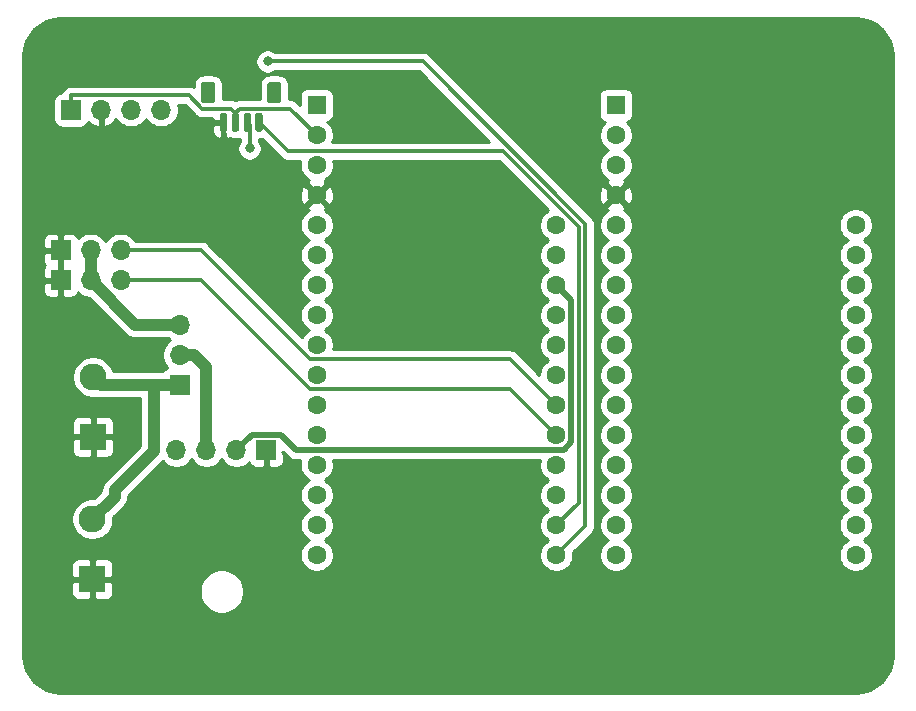
<source format=gbr>
G04 #@! TF.GenerationSoftware,KiCad,Pcbnew,(5.1.5)-3*
G04 #@! TF.CreationDate,2021-12-12T15:23:53-06:00*
G04 #@! TF.ProjectId,RCFeatherControl,52434665-6174-4686-9572-436f6e74726f,rev?*
G04 #@! TF.SameCoordinates,Original*
G04 #@! TF.FileFunction,Copper,L1,Top*
G04 #@! TF.FilePolarity,Positive*
%FSLAX46Y46*%
G04 Gerber Fmt 4.6, Leading zero omitted, Abs format (unit mm)*
G04 Created by KiCad (PCBNEW (5.1.5)-3) date 2021-12-12 15:23:53*
%MOMM*%
%LPD*%
G04 APERTURE LIST*
%ADD10R,1.700000X1.700000*%
%ADD11O,1.700000X1.700000*%
%ADD12C,1.600000*%
%ADD13R,1.600000X1.600000*%
%ADD14R,2.286000X2.286000*%
%ADD15C,2.286000*%
%ADD16C,0.100000*%
%ADD17C,0.800000*%
%ADD18C,0.500000*%
%ADD19C,0.360000*%
%ADD20C,1.000000*%
%ADD21C,0.254000*%
G04 APERTURE END LIST*
D10*
X136812800Y-131219160D03*
D11*
X134272800Y-131219160D03*
X131732800Y-131219160D03*
X129192800Y-131219160D03*
D12*
X141067940Y-135028940D03*
X141067940Y-132488940D03*
X141067940Y-129948940D03*
X141067940Y-127408940D03*
X141067940Y-124868940D03*
X141067940Y-122328940D03*
X141067940Y-119788940D03*
X141067940Y-117248940D03*
X141067940Y-114708940D03*
X141067940Y-112168940D03*
X141067940Y-109628940D03*
X141067940Y-107088940D03*
X141067940Y-104548940D03*
D13*
X141067940Y-102008940D03*
D12*
X161367940Y-140108940D03*
X161367940Y-137568940D03*
X161367940Y-135028940D03*
X161367940Y-132488940D03*
X161367940Y-129948940D03*
X161367940Y-127408940D03*
X161367940Y-124868940D03*
X161367940Y-122328940D03*
X161367940Y-119788940D03*
X161367940Y-117248940D03*
X161367940Y-114708940D03*
X161367940Y-112168940D03*
X141067940Y-137568940D03*
X141067940Y-140108940D03*
D14*
X122074940Y-142138400D03*
D15*
X122074940Y-137058400D03*
D12*
X166397940Y-135028940D03*
X166397940Y-132488940D03*
X166397940Y-129948940D03*
X166397940Y-127408940D03*
X166397940Y-124868940D03*
X166397940Y-122328940D03*
X166397940Y-119788940D03*
X166397940Y-117248940D03*
X166397940Y-114708940D03*
X166397940Y-112168940D03*
X166397940Y-109628940D03*
X166397940Y-107088940D03*
X166397940Y-104548940D03*
D13*
X166397940Y-102008940D03*
D12*
X186697940Y-140108940D03*
X186697940Y-137568940D03*
X186697940Y-135028940D03*
X186697940Y-132488940D03*
X186697940Y-129948940D03*
X186697940Y-127408940D03*
X186697940Y-124868940D03*
X186697940Y-122328940D03*
X186697940Y-119788940D03*
X186697940Y-117248940D03*
X186697940Y-114708940D03*
X186697940Y-112168940D03*
X166397940Y-137568940D03*
X166397940Y-140108940D03*
D10*
X119380000Y-114300000D03*
D11*
X121920000Y-114300000D03*
X124460000Y-114300000D03*
X124460000Y-116840000D03*
X121920000Y-116840000D03*
D10*
X119380000Y-116840000D03*
D14*
X122130820Y-130096260D03*
D15*
X122130820Y-125016260D03*
G04 #@! TA.AperFunction,SMDPad,CuDef*
D16*
G36*
X133345663Y-102689202D02*
G01*
X133360224Y-102691362D01*
X133374503Y-102694939D01*
X133388363Y-102699898D01*
X133401670Y-102706192D01*
X133414296Y-102713760D01*
X133426119Y-102722528D01*
X133437026Y-102732414D01*
X133446912Y-102743321D01*
X133455680Y-102755144D01*
X133463248Y-102767770D01*
X133469542Y-102781077D01*
X133474501Y-102794937D01*
X133478078Y-102809216D01*
X133480238Y-102823777D01*
X133480960Y-102838480D01*
X133480960Y-104088480D01*
X133480238Y-104103183D01*
X133478078Y-104117744D01*
X133474501Y-104132023D01*
X133469542Y-104145883D01*
X133463248Y-104159190D01*
X133455680Y-104171816D01*
X133446912Y-104183639D01*
X133437026Y-104194546D01*
X133426119Y-104204432D01*
X133414296Y-104213200D01*
X133401670Y-104220768D01*
X133388363Y-104227062D01*
X133374503Y-104232021D01*
X133360224Y-104235598D01*
X133345663Y-104237758D01*
X133330960Y-104238480D01*
X133030960Y-104238480D01*
X133016257Y-104237758D01*
X133001696Y-104235598D01*
X132987417Y-104232021D01*
X132973557Y-104227062D01*
X132960250Y-104220768D01*
X132947624Y-104213200D01*
X132935801Y-104204432D01*
X132924894Y-104194546D01*
X132915008Y-104183639D01*
X132906240Y-104171816D01*
X132898672Y-104159190D01*
X132892378Y-104145883D01*
X132887419Y-104132023D01*
X132883842Y-104117744D01*
X132881682Y-104103183D01*
X132880960Y-104088480D01*
X132880960Y-102838480D01*
X132881682Y-102823777D01*
X132883842Y-102809216D01*
X132887419Y-102794937D01*
X132892378Y-102781077D01*
X132898672Y-102767770D01*
X132906240Y-102755144D01*
X132915008Y-102743321D01*
X132924894Y-102732414D01*
X132935801Y-102722528D01*
X132947624Y-102713760D01*
X132960250Y-102706192D01*
X132973557Y-102699898D01*
X132987417Y-102694939D01*
X133001696Y-102691362D01*
X133016257Y-102689202D01*
X133030960Y-102688480D01*
X133330960Y-102688480D01*
X133345663Y-102689202D01*
G37*
G04 #@! TD.AperFunction*
G04 #@! TA.AperFunction,SMDPad,CuDef*
G36*
X134345663Y-102689202D02*
G01*
X134360224Y-102691362D01*
X134374503Y-102694939D01*
X134388363Y-102699898D01*
X134401670Y-102706192D01*
X134414296Y-102713760D01*
X134426119Y-102722528D01*
X134437026Y-102732414D01*
X134446912Y-102743321D01*
X134455680Y-102755144D01*
X134463248Y-102767770D01*
X134469542Y-102781077D01*
X134474501Y-102794937D01*
X134478078Y-102809216D01*
X134480238Y-102823777D01*
X134480960Y-102838480D01*
X134480960Y-104088480D01*
X134480238Y-104103183D01*
X134478078Y-104117744D01*
X134474501Y-104132023D01*
X134469542Y-104145883D01*
X134463248Y-104159190D01*
X134455680Y-104171816D01*
X134446912Y-104183639D01*
X134437026Y-104194546D01*
X134426119Y-104204432D01*
X134414296Y-104213200D01*
X134401670Y-104220768D01*
X134388363Y-104227062D01*
X134374503Y-104232021D01*
X134360224Y-104235598D01*
X134345663Y-104237758D01*
X134330960Y-104238480D01*
X134030960Y-104238480D01*
X134016257Y-104237758D01*
X134001696Y-104235598D01*
X133987417Y-104232021D01*
X133973557Y-104227062D01*
X133960250Y-104220768D01*
X133947624Y-104213200D01*
X133935801Y-104204432D01*
X133924894Y-104194546D01*
X133915008Y-104183639D01*
X133906240Y-104171816D01*
X133898672Y-104159190D01*
X133892378Y-104145883D01*
X133887419Y-104132023D01*
X133883842Y-104117744D01*
X133881682Y-104103183D01*
X133880960Y-104088480D01*
X133880960Y-102838480D01*
X133881682Y-102823777D01*
X133883842Y-102809216D01*
X133887419Y-102794937D01*
X133892378Y-102781077D01*
X133898672Y-102767770D01*
X133906240Y-102755144D01*
X133915008Y-102743321D01*
X133924894Y-102732414D01*
X133935801Y-102722528D01*
X133947624Y-102713760D01*
X133960250Y-102706192D01*
X133973557Y-102699898D01*
X133987417Y-102694939D01*
X134001696Y-102691362D01*
X134016257Y-102689202D01*
X134030960Y-102688480D01*
X134330960Y-102688480D01*
X134345663Y-102689202D01*
G37*
G04 #@! TD.AperFunction*
G04 #@! TA.AperFunction,SMDPad,CuDef*
G36*
X135345663Y-102689202D02*
G01*
X135360224Y-102691362D01*
X135374503Y-102694939D01*
X135388363Y-102699898D01*
X135401670Y-102706192D01*
X135414296Y-102713760D01*
X135426119Y-102722528D01*
X135437026Y-102732414D01*
X135446912Y-102743321D01*
X135455680Y-102755144D01*
X135463248Y-102767770D01*
X135469542Y-102781077D01*
X135474501Y-102794937D01*
X135478078Y-102809216D01*
X135480238Y-102823777D01*
X135480960Y-102838480D01*
X135480960Y-104088480D01*
X135480238Y-104103183D01*
X135478078Y-104117744D01*
X135474501Y-104132023D01*
X135469542Y-104145883D01*
X135463248Y-104159190D01*
X135455680Y-104171816D01*
X135446912Y-104183639D01*
X135437026Y-104194546D01*
X135426119Y-104204432D01*
X135414296Y-104213200D01*
X135401670Y-104220768D01*
X135388363Y-104227062D01*
X135374503Y-104232021D01*
X135360224Y-104235598D01*
X135345663Y-104237758D01*
X135330960Y-104238480D01*
X135030960Y-104238480D01*
X135016257Y-104237758D01*
X135001696Y-104235598D01*
X134987417Y-104232021D01*
X134973557Y-104227062D01*
X134960250Y-104220768D01*
X134947624Y-104213200D01*
X134935801Y-104204432D01*
X134924894Y-104194546D01*
X134915008Y-104183639D01*
X134906240Y-104171816D01*
X134898672Y-104159190D01*
X134892378Y-104145883D01*
X134887419Y-104132023D01*
X134883842Y-104117744D01*
X134881682Y-104103183D01*
X134880960Y-104088480D01*
X134880960Y-102838480D01*
X134881682Y-102823777D01*
X134883842Y-102809216D01*
X134887419Y-102794937D01*
X134892378Y-102781077D01*
X134898672Y-102767770D01*
X134906240Y-102755144D01*
X134915008Y-102743321D01*
X134924894Y-102732414D01*
X134935801Y-102722528D01*
X134947624Y-102713760D01*
X134960250Y-102706192D01*
X134973557Y-102699898D01*
X134987417Y-102694939D01*
X135001696Y-102691362D01*
X135016257Y-102689202D01*
X135030960Y-102688480D01*
X135330960Y-102688480D01*
X135345663Y-102689202D01*
G37*
G04 #@! TD.AperFunction*
G04 #@! TA.AperFunction,SMDPad,CuDef*
G36*
X136345663Y-102689202D02*
G01*
X136360224Y-102691362D01*
X136374503Y-102694939D01*
X136388363Y-102699898D01*
X136401670Y-102706192D01*
X136414296Y-102713760D01*
X136426119Y-102722528D01*
X136437026Y-102732414D01*
X136446912Y-102743321D01*
X136455680Y-102755144D01*
X136463248Y-102767770D01*
X136469542Y-102781077D01*
X136474501Y-102794937D01*
X136478078Y-102809216D01*
X136480238Y-102823777D01*
X136480960Y-102838480D01*
X136480960Y-104088480D01*
X136480238Y-104103183D01*
X136478078Y-104117744D01*
X136474501Y-104132023D01*
X136469542Y-104145883D01*
X136463248Y-104159190D01*
X136455680Y-104171816D01*
X136446912Y-104183639D01*
X136437026Y-104194546D01*
X136426119Y-104204432D01*
X136414296Y-104213200D01*
X136401670Y-104220768D01*
X136388363Y-104227062D01*
X136374503Y-104232021D01*
X136360224Y-104235598D01*
X136345663Y-104237758D01*
X136330960Y-104238480D01*
X136030960Y-104238480D01*
X136016257Y-104237758D01*
X136001696Y-104235598D01*
X135987417Y-104232021D01*
X135973557Y-104227062D01*
X135960250Y-104220768D01*
X135947624Y-104213200D01*
X135935801Y-104204432D01*
X135924894Y-104194546D01*
X135915008Y-104183639D01*
X135906240Y-104171816D01*
X135898672Y-104159190D01*
X135892378Y-104145883D01*
X135887419Y-104132023D01*
X135883842Y-104117744D01*
X135881682Y-104103183D01*
X135880960Y-104088480D01*
X135880960Y-102838480D01*
X135881682Y-102823777D01*
X135883842Y-102809216D01*
X135887419Y-102794937D01*
X135892378Y-102781077D01*
X135898672Y-102767770D01*
X135906240Y-102755144D01*
X135915008Y-102743321D01*
X135924894Y-102732414D01*
X135935801Y-102722528D01*
X135947624Y-102713760D01*
X135960250Y-102706192D01*
X135973557Y-102699898D01*
X135987417Y-102694939D01*
X136001696Y-102691362D01*
X136016257Y-102689202D01*
X136030960Y-102688480D01*
X136330960Y-102688480D01*
X136345663Y-102689202D01*
G37*
G04 #@! TD.AperFunction*
G04 #@! TA.AperFunction,SMDPad,CuDef*
G36*
X132255465Y-100039684D02*
G01*
X132279733Y-100043284D01*
X132303532Y-100049245D01*
X132326631Y-100057510D01*
X132348810Y-100068000D01*
X132369853Y-100080612D01*
X132389559Y-100095227D01*
X132407737Y-100111703D01*
X132424213Y-100129881D01*
X132438828Y-100149587D01*
X132451440Y-100170630D01*
X132461930Y-100192809D01*
X132470195Y-100215908D01*
X132476156Y-100239707D01*
X132479756Y-100263975D01*
X132480960Y-100288479D01*
X132480960Y-101588481D01*
X132479756Y-101612985D01*
X132476156Y-101637253D01*
X132470195Y-101661052D01*
X132461930Y-101684151D01*
X132451440Y-101706330D01*
X132438828Y-101727373D01*
X132424213Y-101747079D01*
X132407737Y-101765257D01*
X132389559Y-101781733D01*
X132369853Y-101796348D01*
X132348810Y-101808960D01*
X132326631Y-101819450D01*
X132303532Y-101827715D01*
X132279733Y-101833676D01*
X132255465Y-101837276D01*
X132230961Y-101838480D01*
X131530959Y-101838480D01*
X131506455Y-101837276D01*
X131482187Y-101833676D01*
X131458388Y-101827715D01*
X131435289Y-101819450D01*
X131413110Y-101808960D01*
X131392067Y-101796348D01*
X131372361Y-101781733D01*
X131354183Y-101765257D01*
X131337707Y-101747079D01*
X131323092Y-101727373D01*
X131310480Y-101706330D01*
X131299990Y-101684151D01*
X131291725Y-101661052D01*
X131285764Y-101637253D01*
X131282164Y-101612985D01*
X131280960Y-101588481D01*
X131280960Y-100288479D01*
X131282164Y-100263975D01*
X131285764Y-100239707D01*
X131291725Y-100215908D01*
X131299990Y-100192809D01*
X131310480Y-100170630D01*
X131323092Y-100149587D01*
X131337707Y-100129881D01*
X131354183Y-100111703D01*
X131372361Y-100095227D01*
X131392067Y-100080612D01*
X131413110Y-100068000D01*
X131435289Y-100057510D01*
X131458388Y-100049245D01*
X131482187Y-100043284D01*
X131506455Y-100039684D01*
X131530959Y-100038480D01*
X132230961Y-100038480D01*
X132255465Y-100039684D01*
G37*
G04 #@! TD.AperFunction*
G04 #@! TA.AperFunction,SMDPad,CuDef*
G36*
X137855465Y-100039684D02*
G01*
X137879733Y-100043284D01*
X137903532Y-100049245D01*
X137926631Y-100057510D01*
X137948810Y-100068000D01*
X137969853Y-100080612D01*
X137989559Y-100095227D01*
X138007737Y-100111703D01*
X138024213Y-100129881D01*
X138038828Y-100149587D01*
X138051440Y-100170630D01*
X138061930Y-100192809D01*
X138070195Y-100215908D01*
X138076156Y-100239707D01*
X138079756Y-100263975D01*
X138080960Y-100288479D01*
X138080960Y-101588481D01*
X138079756Y-101612985D01*
X138076156Y-101637253D01*
X138070195Y-101661052D01*
X138061930Y-101684151D01*
X138051440Y-101706330D01*
X138038828Y-101727373D01*
X138024213Y-101747079D01*
X138007737Y-101765257D01*
X137989559Y-101781733D01*
X137969853Y-101796348D01*
X137948810Y-101808960D01*
X137926631Y-101819450D01*
X137903532Y-101827715D01*
X137879733Y-101833676D01*
X137855465Y-101837276D01*
X137830961Y-101838480D01*
X137130959Y-101838480D01*
X137106455Y-101837276D01*
X137082187Y-101833676D01*
X137058388Y-101827715D01*
X137035289Y-101819450D01*
X137013110Y-101808960D01*
X136992067Y-101796348D01*
X136972361Y-101781733D01*
X136954183Y-101765257D01*
X136937707Y-101747079D01*
X136923092Y-101727373D01*
X136910480Y-101706330D01*
X136899990Y-101684151D01*
X136891725Y-101661052D01*
X136885764Y-101637253D01*
X136882164Y-101612985D01*
X136880960Y-101588481D01*
X136880960Y-100288479D01*
X136882164Y-100263975D01*
X136885764Y-100239707D01*
X136891725Y-100215908D01*
X136899990Y-100192809D01*
X136910480Y-100170630D01*
X136923092Y-100149587D01*
X136937707Y-100129881D01*
X136954183Y-100111703D01*
X136972361Y-100095227D01*
X136992067Y-100080612D01*
X137013110Y-100068000D01*
X137035289Y-100057510D01*
X137058388Y-100049245D01*
X137082187Y-100043284D01*
X137106455Y-100039684D01*
X137130959Y-100038480D01*
X137830961Y-100038480D01*
X137855465Y-100039684D01*
G37*
G04 #@! TD.AperFunction*
D10*
X120269000Y-102412800D03*
D11*
X122809000Y-102412800D03*
X125349000Y-102412800D03*
X127889000Y-102412800D03*
D10*
X129458720Y-125684280D03*
D11*
X129458720Y-123144280D03*
X129458720Y-120604280D03*
D17*
X136906000Y-98298000D03*
X135382000Y-105664000D03*
D18*
X162617941Y-118498941D02*
X162617941Y-130548941D01*
X161367940Y-117248940D02*
X162617941Y-118498941D01*
X162617941Y-130548941D02*
X161967941Y-131198941D01*
X161967941Y-131198941D02*
X139343021Y-131198941D01*
X138063239Y-129919159D02*
X139343021Y-131198941D01*
X135572801Y-129919159D02*
X138063239Y-129919159D01*
X134272800Y-131219160D02*
X135572801Y-129919159D01*
D19*
X133800950Y-102308470D02*
X134180960Y-102688480D01*
X131359980Y-102308470D02*
X133800950Y-102308470D01*
X130234309Y-101182799D02*
X131359980Y-102308470D01*
X120289001Y-101182799D02*
X130234309Y-101182799D01*
X120269000Y-101202800D02*
X120289001Y-101182799D01*
X120269000Y-102412800D02*
X120269000Y-101202800D01*
X134180960Y-102688480D02*
X134180960Y-103463480D01*
X134560970Y-102308470D02*
X134180960Y-102688480D01*
X138827470Y-102308470D02*
X134560970Y-102308470D01*
X141067940Y-104548940D02*
X138827470Y-102308470D01*
X163807959Y-112070582D02*
X150035377Y-98298000D01*
X161367940Y-140108940D02*
X163807961Y-137668918D01*
X163807961Y-137668918D02*
X163807959Y-112070582D01*
X150035377Y-98298000D02*
X136906000Y-98298000D01*
X135382000Y-103664520D02*
X135180960Y-103463480D01*
X135382000Y-105664000D02*
X135382000Y-103664520D01*
X163247950Y-112302548D02*
X156854341Y-105908939D01*
X136480960Y-103763480D02*
X136180960Y-103463480D01*
X138626419Y-105908939D02*
X136480960Y-103763480D01*
X156854341Y-105908939D02*
X138626419Y-105908939D01*
X161367940Y-137568940D02*
X163247950Y-135688930D01*
X163247950Y-135688930D02*
X163247950Y-112302548D01*
X160567941Y-126608941D02*
X161367940Y-127408940D01*
X157467941Y-123508941D02*
X160567941Y-126608941D01*
X131292598Y-114300000D02*
X140501539Y-123508941D01*
X140501539Y-123508941D02*
X157467941Y-123508941D01*
X124460000Y-114300000D02*
X131292598Y-114300000D01*
X160567941Y-129148941D02*
X161367940Y-129948940D01*
X157467941Y-126048941D02*
X160567941Y-129148941D01*
X140501539Y-126048941D02*
X157467941Y-126048941D01*
X131292598Y-116840000D02*
X140501539Y-126048941D01*
X124460000Y-116840000D02*
X131292598Y-116840000D01*
D20*
X121920000Y-114300000D02*
X121920000Y-116840000D01*
X125684280Y-120604280D02*
X129458720Y-120604280D01*
X121920000Y-116840000D02*
X125684280Y-120604280D01*
X122798840Y-125684280D02*
X122130820Y-125016260D01*
X129458720Y-125684280D02*
X122798840Y-125684280D01*
X123973821Y-135159519D02*
X123973821Y-134598179D01*
X122074940Y-137058400D02*
X123973821Y-135159519D01*
X123973821Y-134598179D02*
X127254000Y-131318000D01*
X127608720Y-125684280D02*
X129458720Y-125684280D01*
X127254000Y-126039000D02*
X127608720Y-125684280D01*
X127254000Y-131318000D02*
X127254000Y-126039000D01*
X131732800Y-130017079D02*
X131732800Y-131219160D01*
X131732800Y-124216279D02*
X131732800Y-130017079D01*
X130660801Y-123144280D02*
X131732800Y-124216279D01*
X129458720Y-123144280D02*
X130660801Y-123144280D01*
D21*
G36*
X187301222Y-94703096D02*
G01*
X187889164Y-94880606D01*
X188431436Y-95168937D01*
X188907364Y-95557094D01*
X189298845Y-96030314D01*
X189590951Y-96570552D01*
X189772563Y-97157244D01*
X189840001Y-97798888D01*
X189840000Y-148557721D01*
X189776904Y-149201221D01*
X189599394Y-149789164D01*
X189311063Y-150331436D01*
X188922906Y-150807364D01*
X188449686Y-151198845D01*
X187909449Y-151490950D01*
X187322756Y-151672563D01*
X186681130Y-151740000D01*
X119412279Y-151740000D01*
X118768779Y-151676904D01*
X118180836Y-151499394D01*
X117638564Y-151211063D01*
X117162636Y-150822906D01*
X116771155Y-150349686D01*
X116479050Y-149809449D01*
X116297437Y-149222756D01*
X116230000Y-148581130D01*
X116230000Y-143281400D01*
X120293868Y-143281400D01*
X120306128Y-143405882D01*
X120342438Y-143525580D01*
X120401403Y-143635894D01*
X120480755Y-143732585D01*
X120577446Y-143811937D01*
X120687760Y-143870902D01*
X120807458Y-143907212D01*
X120931940Y-143919472D01*
X121789190Y-143916400D01*
X121947940Y-143757650D01*
X121947940Y-142265400D01*
X122201940Y-142265400D01*
X122201940Y-143757650D01*
X122360690Y-143916400D01*
X123217940Y-143919472D01*
X123342422Y-143907212D01*
X123462120Y-143870902D01*
X123572434Y-143811937D01*
X123669125Y-143732585D01*
X123748477Y-143635894D01*
X123807442Y-143525580D01*
X123843752Y-143405882D01*
X123856012Y-143281400D01*
X123854977Y-142992504D01*
X131155900Y-142992504D01*
X131155900Y-143363816D01*
X131228339Y-143727994D01*
X131370434Y-144071042D01*
X131576725Y-144379778D01*
X131839282Y-144642335D01*
X132148018Y-144848626D01*
X132491066Y-144990721D01*
X132855244Y-145063160D01*
X133226556Y-145063160D01*
X133590734Y-144990721D01*
X133933782Y-144848626D01*
X134242518Y-144642335D01*
X134505075Y-144379778D01*
X134711366Y-144071042D01*
X134853461Y-143727994D01*
X134925900Y-143363816D01*
X134925900Y-142992504D01*
X134853461Y-142628326D01*
X134711366Y-142285278D01*
X134505075Y-141976542D01*
X134242518Y-141713985D01*
X133933782Y-141507694D01*
X133590734Y-141365599D01*
X133226556Y-141293160D01*
X132855244Y-141293160D01*
X132491066Y-141365599D01*
X132148018Y-141507694D01*
X131839282Y-141713985D01*
X131576725Y-141976542D01*
X131370434Y-142285278D01*
X131228339Y-142628326D01*
X131155900Y-142992504D01*
X123854977Y-142992504D01*
X123852940Y-142424150D01*
X123694190Y-142265400D01*
X122201940Y-142265400D01*
X121947940Y-142265400D01*
X120455690Y-142265400D01*
X120296940Y-142424150D01*
X120293868Y-143281400D01*
X116230000Y-143281400D01*
X116230000Y-140995400D01*
X120293868Y-140995400D01*
X120296940Y-141852650D01*
X120455690Y-142011400D01*
X121947940Y-142011400D01*
X121947940Y-140519150D01*
X122201940Y-140519150D01*
X122201940Y-142011400D01*
X123694190Y-142011400D01*
X123852940Y-141852650D01*
X123856012Y-140995400D01*
X123843752Y-140870918D01*
X123807442Y-140751220D01*
X123748477Y-140640906D01*
X123669125Y-140544215D01*
X123572434Y-140464863D01*
X123462120Y-140405898D01*
X123342422Y-140369588D01*
X123217940Y-140357328D01*
X122360690Y-140360400D01*
X122201940Y-140519150D01*
X121947940Y-140519150D01*
X121789190Y-140360400D01*
X120931940Y-140357328D01*
X120807458Y-140369588D01*
X120687760Y-140405898D01*
X120577446Y-140464863D01*
X120480755Y-140544215D01*
X120401403Y-140640906D01*
X120342438Y-140751220D01*
X120306128Y-140870918D01*
X120293868Y-140995400D01*
X116230000Y-140995400D01*
X116230000Y-131239260D01*
X120349748Y-131239260D01*
X120362008Y-131363742D01*
X120398318Y-131483440D01*
X120457283Y-131593754D01*
X120536635Y-131690445D01*
X120633326Y-131769797D01*
X120743640Y-131828762D01*
X120863338Y-131865072D01*
X120987820Y-131877332D01*
X121845070Y-131874260D01*
X122003820Y-131715510D01*
X122003820Y-130223260D01*
X122257820Y-130223260D01*
X122257820Y-131715510D01*
X122416570Y-131874260D01*
X123273820Y-131877332D01*
X123398302Y-131865072D01*
X123518000Y-131828762D01*
X123628314Y-131769797D01*
X123725005Y-131690445D01*
X123804357Y-131593754D01*
X123863322Y-131483440D01*
X123899632Y-131363742D01*
X123911892Y-131239260D01*
X123908820Y-130382010D01*
X123750070Y-130223260D01*
X122257820Y-130223260D01*
X122003820Y-130223260D01*
X120511570Y-130223260D01*
X120352820Y-130382010D01*
X120349748Y-131239260D01*
X116230000Y-131239260D01*
X116230000Y-128953260D01*
X120349748Y-128953260D01*
X120352820Y-129810510D01*
X120511570Y-129969260D01*
X122003820Y-129969260D01*
X122003820Y-128477010D01*
X122257820Y-128477010D01*
X122257820Y-129969260D01*
X123750070Y-129969260D01*
X123908820Y-129810510D01*
X123911892Y-128953260D01*
X123899632Y-128828778D01*
X123863322Y-128709080D01*
X123804357Y-128598766D01*
X123725005Y-128502075D01*
X123628314Y-128422723D01*
X123518000Y-128363758D01*
X123398302Y-128327448D01*
X123273820Y-128315188D01*
X122416570Y-128318260D01*
X122257820Y-128477010D01*
X122003820Y-128477010D01*
X121845070Y-128318260D01*
X120987820Y-128315188D01*
X120863338Y-128327448D01*
X120743640Y-128363758D01*
X120633326Y-128422723D01*
X120536635Y-128502075D01*
X120457283Y-128598766D01*
X120398318Y-128709080D01*
X120362008Y-128828778D01*
X120349748Y-128953260D01*
X116230000Y-128953260D01*
X116230000Y-117690000D01*
X117891928Y-117690000D01*
X117904188Y-117814482D01*
X117940498Y-117934180D01*
X117999463Y-118044494D01*
X118078815Y-118141185D01*
X118175506Y-118220537D01*
X118285820Y-118279502D01*
X118405518Y-118315812D01*
X118530000Y-118328072D01*
X119094250Y-118325000D01*
X119253000Y-118166250D01*
X119253000Y-116967000D01*
X118053750Y-116967000D01*
X117895000Y-117125750D01*
X117891928Y-117690000D01*
X116230000Y-117690000D01*
X116230000Y-115150000D01*
X117891928Y-115150000D01*
X117904188Y-115274482D01*
X117940498Y-115394180D01*
X117999463Y-115504494D01*
X118053222Y-115570000D01*
X117999463Y-115635506D01*
X117940498Y-115745820D01*
X117904188Y-115865518D01*
X117891928Y-115990000D01*
X117895000Y-116554250D01*
X118053750Y-116713000D01*
X119253000Y-116713000D01*
X119253000Y-114427000D01*
X118053750Y-114427000D01*
X117895000Y-114585750D01*
X117891928Y-115150000D01*
X116230000Y-115150000D01*
X116230000Y-113450000D01*
X117891928Y-113450000D01*
X117895000Y-114014250D01*
X118053750Y-114173000D01*
X119253000Y-114173000D01*
X119253000Y-112973750D01*
X119094250Y-112815000D01*
X118530000Y-112811928D01*
X118405518Y-112824188D01*
X118285820Y-112860498D01*
X118175506Y-112919463D01*
X118078815Y-112998815D01*
X117999463Y-113095506D01*
X117940498Y-113205820D01*
X117904188Y-113325518D01*
X117891928Y-113450000D01*
X116230000Y-113450000D01*
X116230000Y-109699452D01*
X139627723Y-109699452D01*
X139669153Y-109979070D01*
X139764337Y-110245232D01*
X139831269Y-110370454D01*
X140075238Y-110442037D01*
X140888335Y-109628940D01*
X141247545Y-109628940D01*
X142060642Y-110442037D01*
X142304611Y-110370454D01*
X142425511Y-110114944D01*
X142494240Y-109840756D01*
X142508157Y-109558428D01*
X142466727Y-109278810D01*
X142371543Y-109012648D01*
X142304611Y-108887426D01*
X142060642Y-108815843D01*
X141247545Y-109628940D01*
X140888335Y-109628940D01*
X140075238Y-108815843D01*
X139831269Y-108887426D01*
X139710369Y-109142936D01*
X139641640Y-109417124D01*
X139627723Y-109699452D01*
X116230000Y-109699452D01*
X116230000Y-104238480D01*
X132242888Y-104238480D01*
X132255148Y-104362962D01*
X132291458Y-104482660D01*
X132350423Y-104592974D01*
X132429775Y-104689665D01*
X132526466Y-104769017D01*
X132636780Y-104827982D01*
X132756478Y-104864292D01*
X132880960Y-104876552D01*
X132895210Y-104873480D01*
X133053960Y-104714730D01*
X133053960Y-103590480D01*
X132404710Y-103590480D01*
X132245960Y-103749230D01*
X132242888Y-104238480D01*
X116230000Y-104238480D01*
X116230000Y-101562800D01*
X118780928Y-101562800D01*
X118780928Y-103262800D01*
X118793188Y-103387282D01*
X118829498Y-103506980D01*
X118888463Y-103617294D01*
X118967815Y-103713985D01*
X119064506Y-103793337D01*
X119174820Y-103852302D01*
X119294518Y-103888612D01*
X119419000Y-103900872D01*
X121119000Y-103900872D01*
X121243482Y-103888612D01*
X121363180Y-103852302D01*
X121473494Y-103793337D01*
X121570185Y-103713985D01*
X121649537Y-103617294D01*
X121708502Y-103506980D01*
X121732966Y-103426334D01*
X121808731Y-103510388D01*
X122042080Y-103684441D01*
X122304901Y-103809625D01*
X122452110Y-103854276D01*
X122682000Y-103732955D01*
X122682000Y-102539800D01*
X122662000Y-102539800D01*
X122662000Y-102285800D01*
X122682000Y-102285800D01*
X122682000Y-102265800D01*
X122936000Y-102265800D01*
X122936000Y-102285800D01*
X122956000Y-102285800D01*
X122956000Y-102539800D01*
X122936000Y-102539800D01*
X122936000Y-103732955D01*
X123165890Y-103854276D01*
X123313099Y-103809625D01*
X123575920Y-103684441D01*
X123809269Y-103510388D01*
X124004178Y-103294155D01*
X124073805Y-103177266D01*
X124195525Y-103359432D01*
X124402368Y-103566275D01*
X124645589Y-103728790D01*
X124915842Y-103840732D01*
X125202740Y-103897800D01*
X125495260Y-103897800D01*
X125782158Y-103840732D01*
X126052411Y-103728790D01*
X126295632Y-103566275D01*
X126502475Y-103359432D01*
X126619000Y-103185040D01*
X126735525Y-103359432D01*
X126942368Y-103566275D01*
X127185589Y-103728790D01*
X127455842Y-103840732D01*
X127742740Y-103897800D01*
X128035260Y-103897800D01*
X128322158Y-103840732D01*
X128592411Y-103728790D01*
X128835632Y-103566275D01*
X129042475Y-103359432D01*
X129204990Y-103116211D01*
X129316932Y-102845958D01*
X129374000Y-102559060D01*
X129374000Y-102266540D01*
X129320544Y-101997799D01*
X129896726Y-101997799D01*
X130755380Y-102856454D01*
X130780900Y-102887550D01*
X130811995Y-102913069D01*
X130904999Y-102989396D01*
X130980678Y-103029847D01*
X131046584Y-103065075D01*
X131200212Y-103111677D01*
X131319947Y-103123470D01*
X131319956Y-103123470D01*
X131359979Y-103127412D01*
X131400002Y-103123470D01*
X132245619Y-103123470D01*
X132245960Y-103177730D01*
X132404710Y-103336480D01*
X133053960Y-103336480D01*
X133053960Y-103316480D01*
X133242888Y-103316480D01*
X133242888Y-104088480D01*
X133258031Y-104242225D01*
X133302876Y-104390062D01*
X133307960Y-104399573D01*
X133307960Y-104714730D01*
X133466710Y-104873480D01*
X133480960Y-104876552D01*
X133605442Y-104864292D01*
X133725140Y-104827982D01*
X133740302Y-104819878D01*
X133877215Y-104861409D01*
X134030960Y-104876552D01*
X134330960Y-104876552D01*
X134484705Y-104861409D01*
X134567000Y-104836445D01*
X134567000Y-105020783D01*
X134464795Y-105173744D01*
X134386774Y-105362102D01*
X134347000Y-105562061D01*
X134347000Y-105765939D01*
X134386774Y-105965898D01*
X134464795Y-106154256D01*
X134578063Y-106323774D01*
X134722226Y-106467937D01*
X134891744Y-106581205D01*
X135080102Y-106659226D01*
X135280061Y-106699000D01*
X135483939Y-106699000D01*
X135683898Y-106659226D01*
X135872256Y-106581205D01*
X136041774Y-106467937D01*
X136185937Y-106323774D01*
X136299205Y-106154256D01*
X136377226Y-105965898D01*
X136417000Y-105765939D01*
X136417000Y-105562061D01*
X136377226Y-105362102D01*
X136299205Y-105173744D01*
X136197000Y-105020783D01*
X136197000Y-104876552D01*
X136330960Y-104876552D01*
X136431542Y-104866645D01*
X138021819Y-106456923D01*
X138047339Y-106488019D01*
X138078434Y-106513538D01*
X138171438Y-106589865D01*
X138247117Y-106630316D01*
X138313023Y-106665544D01*
X138466651Y-106712146D01*
X138586386Y-106723939D01*
X138586395Y-106723939D01*
X138626418Y-106727881D01*
X138666441Y-106723939D01*
X139677431Y-106723939D01*
X139632940Y-106947605D01*
X139632940Y-107230275D01*
X139688087Y-107507514D01*
X139796260Y-107768667D01*
X139953303Y-108003699D01*
X140153181Y-108203577D01*
X140387068Y-108359855D01*
X140326426Y-108392269D01*
X140254843Y-108636238D01*
X141067940Y-109449335D01*
X141881037Y-108636238D01*
X141809454Y-108392269D01*
X141744948Y-108361746D01*
X141747667Y-108360620D01*
X141982699Y-108203577D01*
X142182577Y-108003699D01*
X142339620Y-107768667D01*
X142447793Y-107507514D01*
X142502940Y-107230275D01*
X142502940Y-106947605D01*
X142458449Y-106723939D01*
X156516758Y-106723939D01*
X160689532Y-110896714D01*
X160688213Y-110897260D01*
X160453181Y-111054303D01*
X160253303Y-111254181D01*
X160096260Y-111489213D01*
X159988087Y-111750366D01*
X159932940Y-112027605D01*
X159932940Y-112310275D01*
X159988087Y-112587514D01*
X160096260Y-112848667D01*
X160253303Y-113083699D01*
X160453181Y-113283577D01*
X160685699Y-113438940D01*
X160453181Y-113594303D01*
X160253303Y-113794181D01*
X160096260Y-114029213D01*
X159988087Y-114290366D01*
X159932940Y-114567605D01*
X159932940Y-114850275D01*
X159988087Y-115127514D01*
X160096260Y-115388667D01*
X160253303Y-115623699D01*
X160453181Y-115823577D01*
X160685699Y-115978940D01*
X160453181Y-116134303D01*
X160253303Y-116334181D01*
X160096260Y-116569213D01*
X159988087Y-116830366D01*
X159932940Y-117107605D01*
X159932940Y-117390275D01*
X159988087Y-117667514D01*
X160096260Y-117928667D01*
X160253303Y-118163699D01*
X160453181Y-118363577D01*
X160685699Y-118518940D01*
X160453181Y-118674303D01*
X160253303Y-118874181D01*
X160096260Y-119109213D01*
X159988087Y-119370366D01*
X159932940Y-119647605D01*
X159932940Y-119930275D01*
X159988087Y-120207514D01*
X160096260Y-120468667D01*
X160253303Y-120703699D01*
X160453181Y-120903577D01*
X160685699Y-121058940D01*
X160453181Y-121214303D01*
X160253303Y-121414181D01*
X160096260Y-121649213D01*
X159988087Y-121910366D01*
X159932940Y-122187605D01*
X159932940Y-122470275D01*
X159988087Y-122747514D01*
X160096260Y-123008667D01*
X160253303Y-123243699D01*
X160453181Y-123443577D01*
X160685699Y-123598940D01*
X160453181Y-123754303D01*
X160253303Y-123954181D01*
X160096260Y-124189213D01*
X159988087Y-124450366D01*
X159932940Y-124727605D01*
X159932940Y-124821356D01*
X158072544Y-122960961D01*
X158047021Y-122929861D01*
X157922921Y-122828015D01*
X157781337Y-122752336D01*
X157627709Y-122705734D01*
X157507974Y-122693941D01*
X157507964Y-122693941D01*
X157467941Y-122689999D01*
X157427918Y-122693941D01*
X142458449Y-122693941D01*
X142502940Y-122470275D01*
X142502940Y-122187605D01*
X142447793Y-121910366D01*
X142339620Y-121649213D01*
X142182577Y-121414181D01*
X141982699Y-121214303D01*
X141750181Y-121058940D01*
X141982699Y-120903577D01*
X142182577Y-120703699D01*
X142339620Y-120468667D01*
X142447793Y-120207514D01*
X142502940Y-119930275D01*
X142502940Y-119647605D01*
X142447793Y-119370366D01*
X142339620Y-119109213D01*
X142182577Y-118874181D01*
X141982699Y-118674303D01*
X141750181Y-118518940D01*
X141982699Y-118363577D01*
X142182577Y-118163699D01*
X142339620Y-117928667D01*
X142447793Y-117667514D01*
X142502940Y-117390275D01*
X142502940Y-117107605D01*
X142447793Y-116830366D01*
X142339620Y-116569213D01*
X142182577Y-116334181D01*
X141982699Y-116134303D01*
X141750181Y-115978940D01*
X141982699Y-115823577D01*
X142182577Y-115623699D01*
X142339620Y-115388667D01*
X142447793Y-115127514D01*
X142502940Y-114850275D01*
X142502940Y-114567605D01*
X142447793Y-114290366D01*
X142339620Y-114029213D01*
X142182577Y-113794181D01*
X141982699Y-113594303D01*
X141750181Y-113438940D01*
X141982699Y-113283577D01*
X142182577Y-113083699D01*
X142339620Y-112848667D01*
X142447793Y-112587514D01*
X142502940Y-112310275D01*
X142502940Y-112027605D01*
X142447793Y-111750366D01*
X142339620Y-111489213D01*
X142182577Y-111254181D01*
X141982699Y-111054303D01*
X141748812Y-110898025D01*
X141809454Y-110865611D01*
X141881037Y-110621642D01*
X141067940Y-109808545D01*
X140254843Y-110621642D01*
X140326426Y-110865611D01*
X140390932Y-110896134D01*
X140388213Y-110897260D01*
X140153181Y-111054303D01*
X139953303Y-111254181D01*
X139796260Y-111489213D01*
X139688087Y-111750366D01*
X139632940Y-112027605D01*
X139632940Y-112310275D01*
X139688087Y-112587514D01*
X139796260Y-112848667D01*
X139953303Y-113083699D01*
X140153181Y-113283577D01*
X140385699Y-113438940D01*
X140153181Y-113594303D01*
X139953303Y-113794181D01*
X139796260Y-114029213D01*
X139688087Y-114290366D01*
X139632940Y-114567605D01*
X139632940Y-114850275D01*
X139688087Y-115127514D01*
X139796260Y-115388667D01*
X139953303Y-115623699D01*
X140153181Y-115823577D01*
X140385699Y-115978940D01*
X140153181Y-116134303D01*
X139953303Y-116334181D01*
X139796260Y-116569213D01*
X139688087Y-116830366D01*
X139632940Y-117107605D01*
X139632940Y-117390275D01*
X139688087Y-117667514D01*
X139796260Y-117928667D01*
X139953303Y-118163699D01*
X140153181Y-118363577D01*
X140385699Y-118518940D01*
X140153181Y-118674303D01*
X139953303Y-118874181D01*
X139796260Y-119109213D01*
X139688087Y-119370366D01*
X139632940Y-119647605D01*
X139632940Y-119930275D01*
X139688087Y-120207514D01*
X139796260Y-120468667D01*
X139953303Y-120703699D01*
X140153181Y-120903577D01*
X140385699Y-121058940D01*
X140153181Y-121214303D01*
X139953303Y-121414181D01*
X139796260Y-121649213D01*
X139795714Y-121650532D01*
X131897201Y-113752020D01*
X131871678Y-113720920D01*
X131747578Y-113619074D01*
X131605994Y-113543395D01*
X131452366Y-113496793D01*
X131332631Y-113485000D01*
X131332621Y-113485000D01*
X131292598Y-113481058D01*
X131252575Y-113485000D01*
X125701429Y-113485000D01*
X125613475Y-113353368D01*
X125406632Y-113146525D01*
X125163411Y-112984010D01*
X124893158Y-112872068D01*
X124606260Y-112815000D01*
X124313740Y-112815000D01*
X124026842Y-112872068D01*
X123756589Y-112984010D01*
X123513368Y-113146525D01*
X123306525Y-113353368D01*
X123190000Y-113527760D01*
X123073475Y-113353368D01*
X122866632Y-113146525D01*
X122623411Y-112984010D01*
X122353158Y-112872068D01*
X122066260Y-112815000D01*
X121773740Y-112815000D01*
X121486842Y-112872068D01*
X121216589Y-112984010D01*
X120973368Y-113146525D01*
X120841513Y-113278380D01*
X120819502Y-113205820D01*
X120760537Y-113095506D01*
X120681185Y-112998815D01*
X120584494Y-112919463D01*
X120474180Y-112860498D01*
X120354482Y-112824188D01*
X120230000Y-112811928D01*
X119665750Y-112815000D01*
X119507000Y-112973750D01*
X119507000Y-114173000D01*
X119527000Y-114173000D01*
X119527000Y-114427000D01*
X119507000Y-114427000D01*
X119507000Y-116713000D01*
X119527000Y-116713000D01*
X119527000Y-116967000D01*
X119507000Y-116967000D01*
X119507000Y-118166250D01*
X119665750Y-118325000D01*
X120230000Y-118328072D01*
X120354482Y-118315812D01*
X120474180Y-118279502D01*
X120584494Y-118220537D01*
X120681185Y-118141185D01*
X120760537Y-118044494D01*
X120819502Y-117934180D01*
X120841513Y-117861620D01*
X120973368Y-117993475D01*
X121216589Y-118155990D01*
X121486842Y-118267932D01*
X121773740Y-118325000D01*
X121799869Y-118325000D01*
X124842289Y-121367421D01*
X124877831Y-121410729D01*
X125048644Y-121550912D01*
X125050657Y-121552564D01*
X125247833Y-121657956D01*
X125461781Y-121722857D01*
X125684280Y-121744771D01*
X125740032Y-121739280D01*
X128493613Y-121739280D01*
X128512088Y-121757755D01*
X128686480Y-121874280D01*
X128512088Y-121990805D01*
X128305245Y-122197648D01*
X128142730Y-122440869D01*
X128030788Y-122711122D01*
X127973720Y-122998020D01*
X127973720Y-123290540D01*
X128030788Y-123577438D01*
X128142730Y-123847691D01*
X128305245Y-124090912D01*
X128437100Y-124222767D01*
X128364540Y-124244778D01*
X128254226Y-124303743D01*
X128157535Y-124383095D01*
X128078183Y-124479786D01*
X128041037Y-124549280D01*
X127664472Y-124549280D01*
X127608720Y-124543789D01*
X127552968Y-124549280D01*
X123850765Y-124549280D01*
X123840492Y-124497637D01*
X123706463Y-124174061D01*
X123511883Y-123882851D01*
X123264229Y-123635197D01*
X122973019Y-123440617D01*
X122649443Y-123306588D01*
X122305938Y-123238260D01*
X121955702Y-123238260D01*
X121612197Y-123306588D01*
X121288621Y-123440617D01*
X120997411Y-123635197D01*
X120749757Y-123882851D01*
X120555177Y-124174061D01*
X120421148Y-124497637D01*
X120352820Y-124841142D01*
X120352820Y-125191378D01*
X120421148Y-125534883D01*
X120555177Y-125858459D01*
X120749757Y-126149669D01*
X120997411Y-126397323D01*
X121288621Y-126591903D01*
X121612197Y-126725932D01*
X121955702Y-126794260D01*
X122305938Y-126794260D01*
X122452135Y-126765179D01*
X122576341Y-126802857D01*
X122798840Y-126824771D01*
X122854591Y-126819280D01*
X126119001Y-126819280D01*
X126119000Y-130847867D01*
X123210681Y-133756188D01*
X123167373Y-133791730D01*
X123025538Y-133964556D01*
X122920145Y-134161732D01*
X122855244Y-134375680D01*
X122855244Y-134375681D01*
X122833330Y-134598179D01*
X122838821Y-134653930D01*
X122838821Y-134689387D01*
X122247808Y-135280400D01*
X121899822Y-135280400D01*
X121556317Y-135348728D01*
X121232741Y-135482757D01*
X120941531Y-135677337D01*
X120693877Y-135924991D01*
X120499297Y-136216201D01*
X120365268Y-136539777D01*
X120296940Y-136883282D01*
X120296940Y-137233518D01*
X120365268Y-137577023D01*
X120499297Y-137900599D01*
X120693877Y-138191809D01*
X120941531Y-138439463D01*
X121232741Y-138634043D01*
X121556317Y-138768072D01*
X121899822Y-138836400D01*
X122250058Y-138836400D01*
X122593563Y-138768072D01*
X122917139Y-138634043D01*
X123208349Y-138439463D01*
X123456003Y-138191809D01*
X123650583Y-137900599D01*
X123784612Y-137577023D01*
X123852940Y-137233518D01*
X123852940Y-136885532D01*
X124736962Y-136001510D01*
X124780270Y-135965968D01*
X124922105Y-135793142D01*
X125027497Y-135595966D01*
X125092398Y-135382018D01*
X125108821Y-135215271D01*
X125108821Y-135215262D01*
X125114311Y-135159520D01*
X125108821Y-135103778D01*
X125108821Y-135068310D01*
X128017146Y-132159987D01*
X128028965Y-132150287D01*
X128039325Y-132165792D01*
X128246168Y-132372635D01*
X128489389Y-132535150D01*
X128759642Y-132647092D01*
X129046540Y-132704160D01*
X129339060Y-132704160D01*
X129625958Y-132647092D01*
X129896211Y-132535150D01*
X130139432Y-132372635D01*
X130346275Y-132165792D01*
X130462800Y-131991400D01*
X130579325Y-132165792D01*
X130786168Y-132372635D01*
X131029389Y-132535150D01*
X131299642Y-132647092D01*
X131586540Y-132704160D01*
X131879060Y-132704160D01*
X132165958Y-132647092D01*
X132436211Y-132535150D01*
X132679432Y-132372635D01*
X132886275Y-132165792D01*
X133002800Y-131991400D01*
X133119325Y-132165792D01*
X133326168Y-132372635D01*
X133569389Y-132535150D01*
X133839642Y-132647092D01*
X134126540Y-132704160D01*
X134419060Y-132704160D01*
X134705958Y-132647092D01*
X134976211Y-132535150D01*
X135219432Y-132372635D01*
X135351287Y-132240780D01*
X135373298Y-132313340D01*
X135432263Y-132423654D01*
X135511615Y-132520345D01*
X135608306Y-132599697D01*
X135718620Y-132658662D01*
X135838318Y-132694972D01*
X135962800Y-132707232D01*
X136527050Y-132704160D01*
X136685800Y-132545410D01*
X136685800Y-131346160D01*
X136665800Y-131346160D01*
X136665800Y-131092160D01*
X136685800Y-131092160D01*
X136685800Y-131072160D01*
X136939800Y-131072160D01*
X136939800Y-131092160D01*
X136959800Y-131092160D01*
X136959800Y-131346160D01*
X136939800Y-131346160D01*
X136939800Y-132545410D01*
X137098550Y-132704160D01*
X137662800Y-132707232D01*
X137787282Y-132694972D01*
X137906980Y-132658662D01*
X138017294Y-132599697D01*
X138113985Y-132520345D01*
X138193337Y-132423654D01*
X138252302Y-132313340D01*
X138288612Y-132193642D01*
X138300872Y-132069160D01*
X138297800Y-131504910D01*
X138139052Y-131346162D01*
X138238664Y-131346162D01*
X138686491Y-131793990D01*
X138714204Y-131827758D01*
X138747972Y-131855471D01*
X138747974Y-131855473D01*
X138819473Y-131914151D01*
X138848962Y-131938352D01*
X139002708Y-132020530D01*
X139169531Y-132071136D01*
X139299544Y-132083941D01*
X139299554Y-132083941D01*
X139343020Y-132088222D01*
X139386487Y-132083941D01*
X139685387Y-132083941D01*
X139632940Y-132347605D01*
X139632940Y-132630275D01*
X139688087Y-132907514D01*
X139796260Y-133168667D01*
X139953303Y-133403699D01*
X140153181Y-133603577D01*
X140385699Y-133758940D01*
X140153181Y-133914303D01*
X139953303Y-134114181D01*
X139796260Y-134349213D01*
X139688087Y-134610366D01*
X139632940Y-134887605D01*
X139632940Y-135170275D01*
X139688087Y-135447514D01*
X139796260Y-135708667D01*
X139953303Y-135943699D01*
X140153181Y-136143577D01*
X140385699Y-136298940D01*
X140153181Y-136454303D01*
X139953303Y-136654181D01*
X139796260Y-136889213D01*
X139688087Y-137150366D01*
X139632940Y-137427605D01*
X139632940Y-137710275D01*
X139688087Y-137987514D01*
X139796260Y-138248667D01*
X139953303Y-138483699D01*
X140153181Y-138683577D01*
X140385699Y-138838940D01*
X140153181Y-138994303D01*
X139953303Y-139194181D01*
X139796260Y-139429213D01*
X139688087Y-139690366D01*
X139632940Y-139967605D01*
X139632940Y-140250275D01*
X139688087Y-140527514D01*
X139796260Y-140788667D01*
X139953303Y-141023699D01*
X140153181Y-141223577D01*
X140388213Y-141380620D01*
X140649366Y-141488793D01*
X140926605Y-141543940D01*
X141209275Y-141543940D01*
X141486514Y-141488793D01*
X141747667Y-141380620D01*
X141982699Y-141223577D01*
X142182577Y-141023699D01*
X142339620Y-140788667D01*
X142447793Y-140527514D01*
X142502940Y-140250275D01*
X142502940Y-139967605D01*
X142447793Y-139690366D01*
X142339620Y-139429213D01*
X142182577Y-139194181D01*
X141982699Y-138994303D01*
X141750181Y-138838940D01*
X141982699Y-138683577D01*
X142182577Y-138483699D01*
X142339620Y-138248667D01*
X142447793Y-137987514D01*
X142502940Y-137710275D01*
X142502940Y-137427605D01*
X142447793Y-137150366D01*
X142339620Y-136889213D01*
X142182577Y-136654181D01*
X141982699Y-136454303D01*
X141750181Y-136298940D01*
X141982699Y-136143577D01*
X142182577Y-135943699D01*
X142339620Y-135708667D01*
X142447793Y-135447514D01*
X142502940Y-135170275D01*
X142502940Y-134887605D01*
X142447793Y-134610366D01*
X142339620Y-134349213D01*
X142182577Y-134114181D01*
X141982699Y-133914303D01*
X141750181Y-133758940D01*
X141982699Y-133603577D01*
X142182577Y-133403699D01*
X142339620Y-133168667D01*
X142447793Y-132907514D01*
X142502940Y-132630275D01*
X142502940Y-132347605D01*
X142450493Y-132083941D01*
X159985387Y-132083941D01*
X159932940Y-132347605D01*
X159932940Y-132630275D01*
X159988087Y-132907514D01*
X160096260Y-133168667D01*
X160253303Y-133403699D01*
X160453181Y-133603577D01*
X160685699Y-133758940D01*
X160453181Y-133914303D01*
X160253303Y-134114181D01*
X160096260Y-134349213D01*
X159988087Y-134610366D01*
X159932940Y-134887605D01*
X159932940Y-135170275D01*
X159988087Y-135447514D01*
X160096260Y-135708667D01*
X160253303Y-135943699D01*
X160453181Y-136143577D01*
X160685699Y-136298940D01*
X160453181Y-136454303D01*
X160253303Y-136654181D01*
X160096260Y-136889213D01*
X159988087Y-137150366D01*
X159932940Y-137427605D01*
X159932940Y-137710275D01*
X159988087Y-137987514D01*
X160096260Y-138248667D01*
X160253303Y-138483699D01*
X160453181Y-138683577D01*
X160685699Y-138838940D01*
X160453181Y-138994303D01*
X160253303Y-139194181D01*
X160096260Y-139429213D01*
X159988087Y-139690366D01*
X159932940Y-139967605D01*
X159932940Y-140250275D01*
X159988087Y-140527514D01*
X160096260Y-140788667D01*
X160253303Y-141023699D01*
X160453181Y-141223577D01*
X160688213Y-141380620D01*
X160949366Y-141488793D01*
X161226605Y-141543940D01*
X161509275Y-141543940D01*
X161786514Y-141488793D01*
X162047667Y-141380620D01*
X162282699Y-141223577D01*
X162482577Y-141023699D01*
X162639620Y-140788667D01*
X162747793Y-140527514D01*
X162802940Y-140250275D01*
X162802940Y-139967605D01*
X162779533Y-139849930D01*
X164355952Y-138273511D01*
X164387041Y-138247997D01*
X164412555Y-138216908D01*
X164412560Y-138216903D01*
X164488886Y-138123899D01*
X164564565Y-137982315D01*
X164611167Y-137828687D01*
X164611168Y-137828685D01*
X164622961Y-137708950D01*
X164622961Y-137708942D01*
X164626903Y-137668919D01*
X164622961Y-137628896D01*
X164622958Y-112110614D01*
X164626901Y-112070581D01*
X164622669Y-112027605D01*
X164962940Y-112027605D01*
X164962940Y-112310275D01*
X165018087Y-112587514D01*
X165126260Y-112848667D01*
X165283303Y-113083699D01*
X165483181Y-113283577D01*
X165715699Y-113438940D01*
X165483181Y-113594303D01*
X165283303Y-113794181D01*
X165126260Y-114029213D01*
X165018087Y-114290366D01*
X164962940Y-114567605D01*
X164962940Y-114850275D01*
X165018087Y-115127514D01*
X165126260Y-115388667D01*
X165283303Y-115623699D01*
X165483181Y-115823577D01*
X165715699Y-115978940D01*
X165483181Y-116134303D01*
X165283303Y-116334181D01*
X165126260Y-116569213D01*
X165018087Y-116830366D01*
X164962940Y-117107605D01*
X164962940Y-117390275D01*
X165018087Y-117667514D01*
X165126260Y-117928667D01*
X165283303Y-118163699D01*
X165483181Y-118363577D01*
X165715699Y-118518940D01*
X165483181Y-118674303D01*
X165283303Y-118874181D01*
X165126260Y-119109213D01*
X165018087Y-119370366D01*
X164962940Y-119647605D01*
X164962940Y-119930275D01*
X165018087Y-120207514D01*
X165126260Y-120468667D01*
X165283303Y-120703699D01*
X165483181Y-120903577D01*
X165715699Y-121058940D01*
X165483181Y-121214303D01*
X165283303Y-121414181D01*
X165126260Y-121649213D01*
X165018087Y-121910366D01*
X164962940Y-122187605D01*
X164962940Y-122470275D01*
X165018087Y-122747514D01*
X165126260Y-123008667D01*
X165283303Y-123243699D01*
X165483181Y-123443577D01*
X165715699Y-123598940D01*
X165483181Y-123754303D01*
X165283303Y-123954181D01*
X165126260Y-124189213D01*
X165018087Y-124450366D01*
X164962940Y-124727605D01*
X164962940Y-125010275D01*
X165018087Y-125287514D01*
X165126260Y-125548667D01*
X165283303Y-125783699D01*
X165483181Y-125983577D01*
X165715699Y-126138940D01*
X165483181Y-126294303D01*
X165283303Y-126494181D01*
X165126260Y-126729213D01*
X165018087Y-126990366D01*
X164962940Y-127267605D01*
X164962940Y-127550275D01*
X165018087Y-127827514D01*
X165126260Y-128088667D01*
X165283303Y-128323699D01*
X165483181Y-128523577D01*
X165715699Y-128678940D01*
X165483181Y-128834303D01*
X165283303Y-129034181D01*
X165126260Y-129269213D01*
X165018087Y-129530366D01*
X164962940Y-129807605D01*
X164962940Y-130090275D01*
X165018087Y-130367514D01*
X165126260Y-130628667D01*
X165283303Y-130863699D01*
X165483181Y-131063577D01*
X165715699Y-131218940D01*
X165483181Y-131374303D01*
X165283303Y-131574181D01*
X165126260Y-131809213D01*
X165018087Y-132070366D01*
X164962940Y-132347605D01*
X164962940Y-132630275D01*
X165018087Y-132907514D01*
X165126260Y-133168667D01*
X165283303Y-133403699D01*
X165483181Y-133603577D01*
X165715699Y-133758940D01*
X165483181Y-133914303D01*
X165283303Y-134114181D01*
X165126260Y-134349213D01*
X165018087Y-134610366D01*
X164962940Y-134887605D01*
X164962940Y-135170275D01*
X165018087Y-135447514D01*
X165126260Y-135708667D01*
X165283303Y-135943699D01*
X165483181Y-136143577D01*
X165715699Y-136298940D01*
X165483181Y-136454303D01*
X165283303Y-136654181D01*
X165126260Y-136889213D01*
X165018087Y-137150366D01*
X164962940Y-137427605D01*
X164962940Y-137710275D01*
X165018087Y-137987514D01*
X165126260Y-138248667D01*
X165283303Y-138483699D01*
X165483181Y-138683577D01*
X165715699Y-138838940D01*
X165483181Y-138994303D01*
X165283303Y-139194181D01*
X165126260Y-139429213D01*
X165018087Y-139690366D01*
X164962940Y-139967605D01*
X164962940Y-140250275D01*
X165018087Y-140527514D01*
X165126260Y-140788667D01*
X165283303Y-141023699D01*
X165483181Y-141223577D01*
X165718213Y-141380620D01*
X165979366Y-141488793D01*
X166256605Y-141543940D01*
X166539275Y-141543940D01*
X166816514Y-141488793D01*
X167077667Y-141380620D01*
X167312699Y-141223577D01*
X167512577Y-141023699D01*
X167669620Y-140788667D01*
X167777793Y-140527514D01*
X167832940Y-140250275D01*
X167832940Y-139967605D01*
X167777793Y-139690366D01*
X167669620Y-139429213D01*
X167512577Y-139194181D01*
X167312699Y-138994303D01*
X167080181Y-138838940D01*
X167312699Y-138683577D01*
X167512577Y-138483699D01*
X167669620Y-138248667D01*
X167777793Y-137987514D01*
X167832940Y-137710275D01*
X167832940Y-137427605D01*
X167777793Y-137150366D01*
X167669620Y-136889213D01*
X167512577Y-136654181D01*
X167312699Y-136454303D01*
X167080181Y-136298940D01*
X167312699Y-136143577D01*
X167512577Y-135943699D01*
X167669620Y-135708667D01*
X167777793Y-135447514D01*
X167832940Y-135170275D01*
X167832940Y-134887605D01*
X167777793Y-134610366D01*
X167669620Y-134349213D01*
X167512577Y-134114181D01*
X167312699Y-133914303D01*
X167080181Y-133758940D01*
X167312699Y-133603577D01*
X167512577Y-133403699D01*
X167669620Y-133168667D01*
X167777793Y-132907514D01*
X167832940Y-132630275D01*
X167832940Y-132347605D01*
X167777793Y-132070366D01*
X167669620Y-131809213D01*
X167512577Y-131574181D01*
X167312699Y-131374303D01*
X167080181Y-131218940D01*
X167312699Y-131063577D01*
X167512577Y-130863699D01*
X167669620Y-130628667D01*
X167777793Y-130367514D01*
X167832940Y-130090275D01*
X167832940Y-129807605D01*
X167777793Y-129530366D01*
X167669620Y-129269213D01*
X167512577Y-129034181D01*
X167312699Y-128834303D01*
X167080181Y-128678940D01*
X167312699Y-128523577D01*
X167512577Y-128323699D01*
X167669620Y-128088667D01*
X167777793Y-127827514D01*
X167832940Y-127550275D01*
X167832940Y-127267605D01*
X167777793Y-126990366D01*
X167669620Y-126729213D01*
X167512577Y-126494181D01*
X167312699Y-126294303D01*
X167080181Y-126138940D01*
X167312699Y-125983577D01*
X167512577Y-125783699D01*
X167669620Y-125548667D01*
X167777793Y-125287514D01*
X167832940Y-125010275D01*
X167832940Y-124727605D01*
X167777793Y-124450366D01*
X167669620Y-124189213D01*
X167512577Y-123954181D01*
X167312699Y-123754303D01*
X167080181Y-123598940D01*
X167312699Y-123443577D01*
X167512577Y-123243699D01*
X167669620Y-123008667D01*
X167777793Y-122747514D01*
X167832940Y-122470275D01*
X167832940Y-122187605D01*
X167777793Y-121910366D01*
X167669620Y-121649213D01*
X167512577Y-121414181D01*
X167312699Y-121214303D01*
X167080181Y-121058940D01*
X167312699Y-120903577D01*
X167512577Y-120703699D01*
X167669620Y-120468667D01*
X167777793Y-120207514D01*
X167832940Y-119930275D01*
X167832940Y-119647605D01*
X167777793Y-119370366D01*
X167669620Y-119109213D01*
X167512577Y-118874181D01*
X167312699Y-118674303D01*
X167080181Y-118518940D01*
X167312699Y-118363577D01*
X167512577Y-118163699D01*
X167669620Y-117928667D01*
X167777793Y-117667514D01*
X167832940Y-117390275D01*
X167832940Y-117107605D01*
X167777793Y-116830366D01*
X167669620Y-116569213D01*
X167512577Y-116334181D01*
X167312699Y-116134303D01*
X167080181Y-115978940D01*
X167312699Y-115823577D01*
X167512577Y-115623699D01*
X167669620Y-115388667D01*
X167777793Y-115127514D01*
X167832940Y-114850275D01*
X167832940Y-114567605D01*
X167777793Y-114290366D01*
X167669620Y-114029213D01*
X167512577Y-113794181D01*
X167312699Y-113594303D01*
X167080181Y-113438940D01*
X167312699Y-113283577D01*
X167512577Y-113083699D01*
X167669620Y-112848667D01*
X167777793Y-112587514D01*
X167832940Y-112310275D01*
X167832940Y-112027605D01*
X185262940Y-112027605D01*
X185262940Y-112310275D01*
X185318087Y-112587514D01*
X185426260Y-112848667D01*
X185583303Y-113083699D01*
X185783181Y-113283577D01*
X186015699Y-113438940D01*
X185783181Y-113594303D01*
X185583303Y-113794181D01*
X185426260Y-114029213D01*
X185318087Y-114290366D01*
X185262940Y-114567605D01*
X185262940Y-114850275D01*
X185318087Y-115127514D01*
X185426260Y-115388667D01*
X185583303Y-115623699D01*
X185783181Y-115823577D01*
X186015699Y-115978940D01*
X185783181Y-116134303D01*
X185583303Y-116334181D01*
X185426260Y-116569213D01*
X185318087Y-116830366D01*
X185262940Y-117107605D01*
X185262940Y-117390275D01*
X185318087Y-117667514D01*
X185426260Y-117928667D01*
X185583303Y-118163699D01*
X185783181Y-118363577D01*
X186015699Y-118518940D01*
X185783181Y-118674303D01*
X185583303Y-118874181D01*
X185426260Y-119109213D01*
X185318087Y-119370366D01*
X185262940Y-119647605D01*
X185262940Y-119930275D01*
X185318087Y-120207514D01*
X185426260Y-120468667D01*
X185583303Y-120703699D01*
X185783181Y-120903577D01*
X186015699Y-121058940D01*
X185783181Y-121214303D01*
X185583303Y-121414181D01*
X185426260Y-121649213D01*
X185318087Y-121910366D01*
X185262940Y-122187605D01*
X185262940Y-122470275D01*
X185318087Y-122747514D01*
X185426260Y-123008667D01*
X185583303Y-123243699D01*
X185783181Y-123443577D01*
X186015699Y-123598940D01*
X185783181Y-123754303D01*
X185583303Y-123954181D01*
X185426260Y-124189213D01*
X185318087Y-124450366D01*
X185262940Y-124727605D01*
X185262940Y-125010275D01*
X185318087Y-125287514D01*
X185426260Y-125548667D01*
X185583303Y-125783699D01*
X185783181Y-125983577D01*
X186015699Y-126138940D01*
X185783181Y-126294303D01*
X185583303Y-126494181D01*
X185426260Y-126729213D01*
X185318087Y-126990366D01*
X185262940Y-127267605D01*
X185262940Y-127550275D01*
X185318087Y-127827514D01*
X185426260Y-128088667D01*
X185583303Y-128323699D01*
X185783181Y-128523577D01*
X186015699Y-128678940D01*
X185783181Y-128834303D01*
X185583303Y-129034181D01*
X185426260Y-129269213D01*
X185318087Y-129530366D01*
X185262940Y-129807605D01*
X185262940Y-130090275D01*
X185318087Y-130367514D01*
X185426260Y-130628667D01*
X185583303Y-130863699D01*
X185783181Y-131063577D01*
X186015699Y-131218940D01*
X185783181Y-131374303D01*
X185583303Y-131574181D01*
X185426260Y-131809213D01*
X185318087Y-132070366D01*
X185262940Y-132347605D01*
X185262940Y-132630275D01*
X185318087Y-132907514D01*
X185426260Y-133168667D01*
X185583303Y-133403699D01*
X185783181Y-133603577D01*
X186015699Y-133758940D01*
X185783181Y-133914303D01*
X185583303Y-134114181D01*
X185426260Y-134349213D01*
X185318087Y-134610366D01*
X185262940Y-134887605D01*
X185262940Y-135170275D01*
X185318087Y-135447514D01*
X185426260Y-135708667D01*
X185583303Y-135943699D01*
X185783181Y-136143577D01*
X186015699Y-136298940D01*
X185783181Y-136454303D01*
X185583303Y-136654181D01*
X185426260Y-136889213D01*
X185318087Y-137150366D01*
X185262940Y-137427605D01*
X185262940Y-137710275D01*
X185318087Y-137987514D01*
X185426260Y-138248667D01*
X185583303Y-138483699D01*
X185783181Y-138683577D01*
X186015699Y-138838940D01*
X185783181Y-138994303D01*
X185583303Y-139194181D01*
X185426260Y-139429213D01*
X185318087Y-139690366D01*
X185262940Y-139967605D01*
X185262940Y-140250275D01*
X185318087Y-140527514D01*
X185426260Y-140788667D01*
X185583303Y-141023699D01*
X185783181Y-141223577D01*
X186018213Y-141380620D01*
X186279366Y-141488793D01*
X186556605Y-141543940D01*
X186839275Y-141543940D01*
X187116514Y-141488793D01*
X187377667Y-141380620D01*
X187612699Y-141223577D01*
X187812577Y-141023699D01*
X187969620Y-140788667D01*
X188077793Y-140527514D01*
X188132940Y-140250275D01*
X188132940Y-139967605D01*
X188077793Y-139690366D01*
X187969620Y-139429213D01*
X187812577Y-139194181D01*
X187612699Y-138994303D01*
X187380181Y-138838940D01*
X187612699Y-138683577D01*
X187812577Y-138483699D01*
X187969620Y-138248667D01*
X188077793Y-137987514D01*
X188132940Y-137710275D01*
X188132940Y-137427605D01*
X188077793Y-137150366D01*
X187969620Y-136889213D01*
X187812577Y-136654181D01*
X187612699Y-136454303D01*
X187380181Y-136298940D01*
X187612699Y-136143577D01*
X187812577Y-135943699D01*
X187969620Y-135708667D01*
X188077793Y-135447514D01*
X188132940Y-135170275D01*
X188132940Y-134887605D01*
X188077793Y-134610366D01*
X187969620Y-134349213D01*
X187812577Y-134114181D01*
X187612699Y-133914303D01*
X187380181Y-133758940D01*
X187612699Y-133603577D01*
X187812577Y-133403699D01*
X187969620Y-133168667D01*
X188077793Y-132907514D01*
X188132940Y-132630275D01*
X188132940Y-132347605D01*
X188077793Y-132070366D01*
X187969620Y-131809213D01*
X187812577Y-131574181D01*
X187612699Y-131374303D01*
X187380181Y-131218940D01*
X187612699Y-131063577D01*
X187812577Y-130863699D01*
X187969620Y-130628667D01*
X188077793Y-130367514D01*
X188132940Y-130090275D01*
X188132940Y-129807605D01*
X188077793Y-129530366D01*
X187969620Y-129269213D01*
X187812577Y-129034181D01*
X187612699Y-128834303D01*
X187380181Y-128678940D01*
X187612699Y-128523577D01*
X187812577Y-128323699D01*
X187969620Y-128088667D01*
X188077793Y-127827514D01*
X188132940Y-127550275D01*
X188132940Y-127267605D01*
X188077793Y-126990366D01*
X187969620Y-126729213D01*
X187812577Y-126494181D01*
X187612699Y-126294303D01*
X187380181Y-126138940D01*
X187612699Y-125983577D01*
X187812577Y-125783699D01*
X187969620Y-125548667D01*
X188077793Y-125287514D01*
X188132940Y-125010275D01*
X188132940Y-124727605D01*
X188077793Y-124450366D01*
X187969620Y-124189213D01*
X187812577Y-123954181D01*
X187612699Y-123754303D01*
X187380181Y-123598940D01*
X187612699Y-123443577D01*
X187812577Y-123243699D01*
X187969620Y-123008667D01*
X188077793Y-122747514D01*
X188132940Y-122470275D01*
X188132940Y-122187605D01*
X188077793Y-121910366D01*
X187969620Y-121649213D01*
X187812577Y-121414181D01*
X187612699Y-121214303D01*
X187380181Y-121058940D01*
X187612699Y-120903577D01*
X187812577Y-120703699D01*
X187969620Y-120468667D01*
X188077793Y-120207514D01*
X188132940Y-119930275D01*
X188132940Y-119647605D01*
X188077793Y-119370366D01*
X187969620Y-119109213D01*
X187812577Y-118874181D01*
X187612699Y-118674303D01*
X187380181Y-118518940D01*
X187612699Y-118363577D01*
X187812577Y-118163699D01*
X187969620Y-117928667D01*
X188077793Y-117667514D01*
X188132940Y-117390275D01*
X188132940Y-117107605D01*
X188077793Y-116830366D01*
X187969620Y-116569213D01*
X187812577Y-116334181D01*
X187612699Y-116134303D01*
X187380181Y-115978940D01*
X187612699Y-115823577D01*
X187812577Y-115623699D01*
X187969620Y-115388667D01*
X188077793Y-115127514D01*
X188132940Y-114850275D01*
X188132940Y-114567605D01*
X188077793Y-114290366D01*
X187969620Y-114029213D01*
X187812577Y-113794181D01*
X187612699Y-113594303D01*
X187380181Y-113438940D01*
X187612699Y-113283577D01*
X187812577Y-113083699D01*
X187969620Y-112848667D01*
X188077793Y-112587514D01*
X188132940Y-112310275D01*
X188132940Y-112027605D01*
X188077793Y-111750366D01*
X187969620Y-111489213D01*
X187812577Y-111254181D01*
X187612699Y-111054303D01*
X187377667Y-110897260D01*
X187116514Y-110789087D01*
X186839275Y-110733940D01*
X186556605Y-110733940D01*
X186279366Y-110789087D01*
X186018213Y-110897260D01*
X185783181Y-111054303D01*
X185583303Y-111254181D01*
X185426260Y-111489213D01*
X185318087Y-111750366D01*
X185262940Y-112027605D01*
X167832940Y-112027605D01*
X167777793Y-111750366D01*
X167669620Y-111489213D01*
X167512577Y-111254181D01*
X167312699Y-111054303D01*
X167078812Y-110898025D01*
X167139454Y-110865611D01*
X167211037Y-110621642D01*
X166397940Y-109808545D01*
X165584843Y-110621642D01*
X165656426Y-110865611D01*
X165720932Y-110896134D01*
X165718213Y-110897260D01*
X165483181Y-111054303D01*
X165283303Y-111254181D01*
X165126260Y-111489213D01*
X165018087Y-111750366D01*
X164962940Y-112027605D01*
X164622669Y-112027605D01*
X164611165Y-111910813D01*
X164564563Y-111757185D01*
X164488884Y-111615601D01*
X164412558Y-111522597D01*
X164412552Y-111522591D01*
X164387038Y-111491502D01*
X164355949Y-111465988D01*
X162589413Y-109699452D01*
X164957723Y-109699452D01*
X164999153Y-109979070D01*
X165094337Y-110245232D01*
X165161269Y-110370454D01*
X165405238Y-110442037D01*
X166218335Y-109628940D01*
X166577545Y-109628940D01*
X167390642Y-110442037D01*
X167634611Y-110370454D01*
X167755511Y-110114944D01*
X167824240Y-109840756D01*
X167838157Y-109558428D01*
X167796727Y-109278810D01*
X167701543Y-109012648D01*
X167634611Y-108887426D01*
X167390642Y-108815843D01*
X166577545Y-109628940D01*
X166218335Y-109628940D01*
X165405238Y-108815843D01*
X165161269Y-108887426D01*
X165040369Y-109142936D01*
X164971640Y-109417124D01*
X164957723Y-109699452D01*
X162589413Y-109699452D01*
X154098901Y-101208940D01*
X164959868Y-101208940D01*
X164959868Y-102808940D01*
X164972128Y-102933422D01*
X165008438Y-103053120D01*
X165067403Y-103163434D01*
X165146755Y-103260125D01*
X165243446Y-103339477D01*
X165353760Y-103398442D01*
X165473458Y-103434752D01*
X165481901Y-103435583D01*
X165283303Y-103634181D01*
X165126260Y-103869213D01*
X165018087Y-104130366D01*
X164962940Y-104407605D01*
X164962940Y-104690275D01*
X165018087Y-104967514D01*
X165126260Y-105228667D01*
X165283303Y-105463699D01*
X165483181Y-105663577D01*
X165715699Y-105818940D01*
X165483181Y-105974303D01*
X165283303Y-106174181D01*
X165126260Y-106409213D01*
X165018087Y-106670366D01*
X164962940Y-106947605D01*
X164962940Y-107230275D01*
X165018087Y-107507514D01*
X165126260Y-107768667D01*
X165283303Y-108003699D01*
X165483181Y-108203577D01*
X165717068Y-108359855D01*
X165656426Y-108392269D01*
X165584843Y-108636238D01*
X166397940Y-109449335D01*
X167211037Y-108636238D01*
X167139454Y-108392269D01*
X167074948Y-108361746D01*
X167077667Y-108360620D01*
X167312699Y-108203577D01*
X167512577Y-108003699D01*
X167669620Y-107768667D01*
X167777793Y-107507514D01*
X167832940Y-107230275D01*
X167832940Y-106947605D01*
X167777793Y-106670366D01*
X167669620Y-106409213D01*
X167512577Y-106174181D01*
X167312699Y-105974303D01*
X167080181Y-105818940D01*
X167312699Y-105663577D01*
X167512577Y-105463699D01*
X167669620Y-105228667D01*
X167777793Y-104967514D01*
X167832940Y-104690275D01*
X167832940Y-104407605D01*
X167777793Y-104130366D01*
X167669620Y-103869213D01*
X167512577Y-103634181D01*
X167313979Y-103435583D01*
X167322422Y-103434752D01*
X167442120Y-103398442D01*
X167552434Y-103339477D01*
X167649125Y-103260125D01*
X167728477Y-103163434D01*
X167787442Y-103053120D01*
X167823752Y-102933422D01*
X167836012Y-102808940D01*
X167836012Y-101208940D01*
X167823752Y-101084458D01*
X167787442Y-100964760D01*
X167728477Y-100854446D01*
X167649125Y-100757755D01*
X167552434Y-100678403D01*
X167442120Y-100619438D01*
X167322422Y-100583128D01*
X167197940Y-100570868D01*
X165597940Y-100570868D01*
X165473458Y-100583128D01*
X165353760Y-100619438D01*
X165243446Y-100678403D01*
X165146755Y-100757755D01*
X165067403Y-100854446D01*
X165008438Y-100964760D01*
X164972128Y-101084458D01*
X164959868Y-101208940D01*
X154098901Y-101208940D01*
X150639980Y-97750020D01*
X150614457Y-97718920D01*
X150490357Y-97617074D01*
X150348773Y-97541395D01*
X150195145Y-97494793D01*
X150075410Y-97483000D01*
X150075400Y-97483000D01*
X150035377Y-97479058D01*
X149995354Y-97483000D01*
X137549217Y-97483000D01*
X137396256Y-97380795D01*
X137207898Y-97302774D01*
X137007939Y-97263000D01*
X136804061Y-97263000D01*
X136604102Y-97302774D01*
X136415744Y-97380795D01*
X136246226Y-97494063D01*
X136102063Y-97638226D01*
X135988795Y-97807744D01*
X135910774Y-97996102D01*
X135871000Y-98196061D01*
X135871000Y-98399939D01*
X135910774Y-98599898D01*
X135988795Y-98788256D01*
X136102063Y-98957774D01*
X136246226Y-99101937D01*
X136415744Y-99215205D01*
X136604102Y-99293226D01*
X136804061Y-99333000D01*
X137007939Y-99333000D01*
X137207898Y-99293226D01*
X137396256Y-99215205D01*
X137549217Y-99113000D01*
X149697794Y-99113000D01*
X155678733Y-105093939D01*
X142395426Y-105093939D01*
X142447793Y-104967514D01*
X142502940Y-104690275D01*
X142502940Y-104407605D01*
X142447793Y-104130366D01*
X142339620Y-103869213D01*
X142182577Y-103634181D01*
X141983979Y-103435583D01*
X141992422Y-103434752D01*
X142112120Y-103398442D01*
X142222434Y-103339477D01*
X142319125Y-103260125D01*
X142398477Y-103163434D01*
X142457442Y-103053120D01*
X142493752Y-102933422D01*
X142506012Y-102808940D01*
X142506012Y-101208940D01*
X142493752Y-101084458D01*
X142457442Y-100964760D01*
X142398477Y-100854446D01*
X142319125Y-100757755D01*
X142222434Y-100678403D01*
X142112120Y-100619438D01*
X141992422Y-100583128D01*
X141867940Y-100570868D01*
X140267940Y-100570868D01*
X140143458Y-100583128D01*
X140023760Y-100619438D01*
X139913446Y-100678403D01*
X139816755Y-100757755D01*
X139737403Y-100854446D01*
X139678438Y-100964760D01*
X139642128Y-101084458D01*
X139629868Y-101208940D01*
X139629868Y-101958285D01*
X139432073Y-101760490D01*
X139406550Y-101729390D01*
X139282450Y-101627544D01*
X139140866Y-101551865D01*
X138987238Y-101505263D01*
X138867503Y-101493470D01*
X138867493Y-101493470D01*
X138827470Y-101489528D01*
X138787447Y-101493470D01*
X138719032Y-101493470D01*
X138719032Y-100288479D01*
X138701968Y-100115225D01*
X138651432Y-99948629D01*
X138569365Y-99795093D01*
X138458922Y-99660518D01*
X138324347Y-99550075D01*
X138170811Y-99468008D01*
X138004215Y-99417472D01*
X137830961Y-99400408D01*
X137130959Y-99400408D01*
X136957705Y-99417472D01*
X136791109Y-99468008D01*
X136637573Y-99550075D01*
X136502998Y-99660518D01*
X136392555Y-99795093D01*
X136310488Y-99948629D01*
X136259952Y-100115225D01*
X136242888Y-100288479D01*
X136242888Y-101493470D01*
X134600992Y-101493470D01*
X134560969Y-101489528D01*
X134520946Y-101493470D01*
X134520937Y-101493470D01*
X134401202Y-101505263D01*
X134247574Y-101551865D01*
X134180960Y-101587471D01*
X134114346Y-101551865D01*
X133960718Y-101505263D01*
X133840983Y-101493470D01*
X133840973Y-101493470D01*
X133800950Y-101489528D01*
X133760927Y-101493470D01*
X133119032Y-101493470D01*
X133119032Y-100288479D01*
X133101968Y-100115225D01*
X133051432Y-99948629D01*
X132969365Y-99795093D01*
X132858922Y-99660518D01*
X132724347Y-99550075D01*
X132570811Y-99468008D01*
X132404215Y-99417472D01*
X132230961Y-99400408D01*
X131530959Y-99400408D01*
X131357705Y-99417472D01*
X131191109Y-99468008D01*
X131037573Y-99550075D01*
X130902998Y-99660518D01*
X130792555Y-99795093D01*
X130710488Y-99948629D01*
X130659952Y-100115225D01*
X130642888Y-100288479D01*
X130642888Y-100477071D01*
X130547705Y-100426194D01*
X130394077Y-100379592D01*
X130274342Y-100367799D01*
X130274332Y-100367799D01*
X130234309Y-100363857D01*
X130194286Y-100367799D01*
X120329034Y-100367799D01*
X120289001Y-100363856D01*
X120248968Y-100367799D01*
X120129233Y-100379592D01*
X119975605Y-100426194D01*
X119834021Y-100501873D01*
X119709921Y-100603719D01*
X119700903Y-100614707D01*
X119689921Y-100623720D01*
X119664402Y-100654815D01*
X119664401Y-100654816D01*
X119588074Y-100747820D01*
X119523087Y-100869403D01*
X119512396Y-100889404D01*
X119501681Y-100924728D01*
X119419000Y-100924728D01*
X119294518Y-100936988D01*
X119174820Y-100973298D01*
X119064506Y-101032263D01*
X118967815Y-101111615D01*
X118888463Y-101208306D01*
X118829498Y-101318620D01*
X118793188Y-101438318D01*
X118780928Y-101562800D01*
X116230000Y-101562800D01*
X116230000Y-97822279D01*
X116293096Y-97178778D01*
X116470606Y-96590836D01*
X116758937Y-96048564D01*
X117147094Y-95572636D01*
X117620314Y-95181155D01*
X118160552Y-94889049D01*
X118747244Y-94707437D01*
X119388879Y-94640000D01*
X186657721Y-94640000D01*
X187301222Y-94703096D01*
G37*
X187301222Y-94703096D02*
X187889164Y-94880606D01*
X188431436Y-95168937D01*
X188907364Y-95557094D01*
X189298845Y-96030314D01*
X189590951Y-96570552D01*
X189772563Y-97157244D01*
X189840001Y-97798888D01*
X189840000Y-148557721D01*
X189776904Y-149201221D01*
X189599394Y-149789164D01*
X189311063Y-150331436D01*
X188922906Y-150807364D01*
X188449686Y-151198845D01*
X187909449Y-151490950D01*
X187322756Y-151672563D01*
X186681130Y-151740000D01*
X119412279Y-151740000D01*
X118768779Y-151676904D01*
X118180836Y-151499394D01*
X117638564Y-151211063D01*
X117162636Y-150822906D01*
X116771155Y-150349686D01*
X116479050Y-149809449D01*
X116297437Y-149222756D01*
X116230000Y-148581130D01*
X116230000Y-143281400D01*
X120293868Y-143281400D01*
X120306128Y-143405882D01*
X120342438Y-143525580D01*
X120401403Y-143635894D01*
X120480755Y-143732585D01*
X120577446Y-143811937D01*
X120687760Y-143870902D01*
X120807458Y-143907212D01*
X120931940Y-143919472D01*
X121789190Y-143916400D01*
X121947940Y-143757650D01*
X121947940Y-142265400D01*
X122201940Y-142265400D01*
X122201940Y-143757650D01*
X122360690Y-143916400D01*
X123217940Y-143919472D01*
X123342422Y-143907212D01*
X123462120Y-143870902D01*
X123572434Y-143811937D01*
X123669125Y-143732585D01*
X123748477Y-143635894D01*
X123807442Y-143525580D01*
X123843752Y-143405882D01*
X123856012Y-143281400D01*
X123854977Y-142992504D01*
X131155900Y-142992504D01*
X131155900Y-143363816D01*
X131228339Y-143727994D01*
X131370434Y-144071042D01*
X131576725Y-144379778D01*
X131839282Y-144642335D01*
X132148018Y-144848626D01*
X132491066Y-144990721D01*
X132855244Y-145063160D01*
X133226556Y-145063160D01*
X133590734Y-144990721D01*
X133933782Y-144848626D01*
X134242518Y-144642335D01*
X134505075Y-144379778D01*
X134711366Y-144071042D01*
X134853461Y-143727994D01*
X134925900Y-143363816D01*
X134925900Y-142992504D01*
X134853461Y-142628326D01*
X134711366Y-142285278D01*
X134505075Y-141976542D01*
X134242518Y-141713985D01*
X133933782Y-141507694D01*
X133590734Y-141365599D01*
X133226556Y-141293160D01*
X132855244Y-141293160D01*
X132491066Y-141365599D01*
X132148018Y-141507694D01*
X131839282Y-141713985D01*
X131576725Y-141976542D01*
X131370434Y-142285278D01*
X131228339Y-142628326D01*
X131155900Y-142992504D01*
X123854977Y-142992504D01*
X123852940Y-142424150D01*
X123694190Y-142265400D01*
X122201940Y-142265400D01*
X121947940Y-142265400D01*
X120455690Y-142265400D01*
X120296940Y-142424150D01*
X120293868Y-143281400D01*
X116230000Y-143281400D01*
X116230000Y-140995400D01*
X120293868Y-140995400D01*
X120296940Y-141852650D01*
X120455690Y-142011400D01*
X121947940Y-142011400D01*
X121947940Y-140519150D01*
X122201940Y-140519150D01*
X122201940Y-142011400D01*
X123694190Y-142011400D01*
X123852940Y-141852650D01*
X123856012Y-140995400D01*
X123843752Y-140870918D01*
X123807442Y-140751220D01*
X123748477Y-140640906D01*
X123669125Y-140544215D01*
X123572434Y-140464863D01*
X123462120Y-140405898D01*
X123342422Y-140369588D01*
X123217940Y-140357328D01*
X122360690Y-140360400D01*
X122201940Y-140519150D01*
X121947940Y-140519150D01*
X121789190Y-140360400D01*
X120931940Y-140357328D01*
X120807458Y-140369588D01*
X120687760Y-140405898D01*
X120577446Y-140464863D01*
X120480755Y-140544215D01*
X120401403Y-140640906D01*
X120342438Y-140751220D01*
X120306128Y-140870918D01*
X120293868Y-140995400D01*
X116230000Y-140995400D01*
X116230000Y-131239260D01*
X120349748Y-131239260D01*
X120362008Y-131363742D01*
X120398318Y-131483440D01*
X120457283Y-131593754D01*
X120536635Y-131690445D01*
X120633326Y-131769797D01*
X120743640Y-131828762D01*
X120863338Y-131865072D01*
X120987820Y-131877332D01*
X121845070Y-131874260D01*
X122003820Y-131715510D01*
X122003820Y-130223260D01*
X122257820Y-130223260D01*
X122257820Y-131715510D01*
X122416570Y-131874260D01*
X123273820Y-131877332D01*
X123398302Y-131865072D01*
X123518000Y-131828762D01*
X123628314Y-131769797D01*
X123725005Y-131690445D01*
X123804357Y-131593754D01*
X123863322Y-131483440D01*
X123899632Y-131363742D01*
X123911892Y-131239260D01*
X123908820Y-130382010D01*
X123750070Y-130223260D01*
X122257820Y-130223260D01*
X122003820Y-130223260D01*
X120511570Y-130223260D01*
X120352820Y-130382010D01*
X120349748Y-131239260D01*
X116230000Y-131239260D01*
X116230000Y-128953260D01*
X120349748Y-128953260D01*
X120352820Y-129810510D01*
X120511570Y-129969260D01*
X122003820Y-129969260D01*
X122003820Y-128477010D01*
X122257820Y-128477010D01*
X122257820Y-129969260D01*
X123750070Y-129969260D01*
X123908820Y-129810510D01*
X123911892Y-128953260D01*
X123899632Y-128828778D01*
X123863322Y-128709080D01*
X123804357Y-128598766D01*
X123725005Y-128502075D01*
X123628314Y-128422723D01*
X123518000Y-128363758D01*
X123398302Y-128327448D01*
X123273820Y-128315188D01*
X122416570Y-128318260D01*
X122257820Y-128477010D01*
X122003820Y-128477010D01*
X121845070Y-128318260D01*
X120987820Y-128315188D01*
X120863338Y-128327448D01*
X120743640Y-128363758D01*
X120633326Y-128422723D01*
X120536635Y-128502075D01*
X120457283Y-128598766D01*
X120398318Y-128709080D01*
X120362008Y-128828778D01*
X120349748Y-128953260D01*
X116230000Y-128953260D01*
X116230000Y-117690000D01*
X117891928Y-117690000D01*
X117904188Y-117814482D01*
X117940498Y-117934180D01*
X117999463Y-118044494D01*
X118078815Y-118141185D01*
X118175506Y-118220537D01*
X118285820Y-118279502D01*
X118405518Y-118315812D01*
X118530000Y-118328072D01*
X119094250Y-118325000D01*
X119253000Y-118166250D01*
X119253000Y-116967000D01*
X118053750Y-116967000D01*
X117895000Y-117125750D01*
X117891928Y-117690000D01*
X116230000Y-117690000D01*
X116230000Y-115150000D01*
X117891928Y-115150000D01*
X117904188Y-115274482D01*
X117940498Y-115394180D01*
X117999463Y-115504494D01*
X118053222Y-115570000D01*
X117999463Y-115635506D01*
X117940498Y-115745820D01*
X117904188Y-115865518D01*
X117891928Y-115990000D01*
X117895000Y-116554250D01*
X118053750Y-116713000D01*
X119253000Y-116713000D01*
X119253000Y-114427000D01*
X118053750Y-114427000D01*
X117895000Y-114585750D01*
X117891928Y-115150000D01*
X116230000Y-115150000D01*
X116230000Y-113450000D01*
X117891928Y-113450000D01*
X117895000Y-114014250D01*
X118053750Y-114173000D01*
X119253000Y-114173000D01*
X119253000Y-112973750D01*
X119094250Y-112815000D01*
X118530000Y-112811928D01*
X118405518Y-112824188D01*
X118285820Y-112860498D01*
X118175506Y-112919463D01*
X118078815Y-112998815D01*
X117999463Y-113095506D01*
X117940498Y-113205820D01*
X117904188Y-113325518D01*
X117891928Y-113450000D01*
X116230000Y-113450000D01*
X116230000Y-109699452D01*
X139627723Y-109699452D01*
X139669153Y-109979070D01*
X139764337Y-110245232D01*
X139831269Y-110370454D01*
X140075238Y-110442037D01*
X140888335Y-109628940D01*
X141247545Y-109628940D01*
X142060642Y-110442037D01*
X142304611Y-110370454D01*
X142425511Y-110114944D01*
X142494240Y-109840756D01*
X142508157Y-109558428D01*
X142466727Y-109278810D01*
X142371543Y-109012648D01*
X142304611Y-108887426D01*
X142060642Y-108815843D01*
X141247545Y-109628940D01*
X140888335Y-109628940D01*
X140075238Y-108815843D01*
X139831269Y-108887426D01*
X139710369Y-109142936D01*
X139641640Y-109417124D01*
X139627723Y-109699452D01*
X116230000Y-109699452D01*
X116230000Y-104238480D01*
X132242888Y-104238480D01*
X132255148Y-104362962D01*
X132291458Y-104482660D01*
X132350423Y-104592974D01*
X132429775Y-104689665D01*
X132526466Y-104769017D01*
X132636780Y-104827982D01*
X132756478Y-104864292D01*
X132880960Y-104876552D01*
X132895210Y-104873480D01*
X133053960Y-104714730D01*
X133053960Y-103590480D01*
X132404710Y-103590480D01*
X132245960Y-103749230D01*
X132242888Y-104238480D01*
X116230000Y-104238480D01*
X116230000Y-101562800D01*
X118780928Y-101562800D01*
X118780928Y-103262800D01*
X118793188Y-103387282D01*
X118829498Y-103506980D01*
X118888463Y-103617294D01*
X118967815Y-103713985D01*
X119064506Y-103793337D01*
X119174820Y-103852302D01*
X119294518Y-103888612D01*
X119419000Y-103900872D01*
X121119000Y-103900872D01*
X121243482Y-103888612D01*
X121363180Y-103852302D01*
X121473494Y-103793337D01*
X121570185Y-103713985D01*
X121649537Y-103617294D01*
X121708502Y-103506980D01*
X121732966Y-103426334D01*
X121808731Y-103510388D01*
X122042080Y-103684441D01*
X122304901Y-103809625D01*
X122452110Y-103854276D01*
X122682000Y-103732955D01*
X122682000Y-102539800D01*
X122662000Y-102539800D01*
X122662000Y-102285800D01*
X122682000Y-102285800D01*
X122682000Y-102265800D01*
X122936000Y-102265800D01*
X122936000Y-102285800D01*
X122956000Y-102285800D01*
X122956000Y-102539800D01*
X122936000Y-102539800D01*
X122936000Y-103732955D01*
X123165890Y-103854276D01*
X123313099Y-103809625D01*
X123575920Y-103684441D01*
X123809269Y-103510388D01*
X124004178Y-103294155D01*
X124073805Y-103177266D01*
X124195525Y-103359432D01*
X124402368Y-103566275D01*
X124645589Y-103728790D01*
X124915842Y-103840732D01*
X125202740Y-103897800D01*
X125495260Y-103897800D01*
X125782158Y-103840732D01*
X126052411Y-103728790D01*
X126295632Y-103566275D01*
X126502475Y-103359432D01*
X126619000Y-103185040D01*
X126735525Y-103359432D01*
X126942368Y-103566275D01*
X127185589Y-103728790D01*
X127455842Y-103840732D01*
X127742740Y-103897800D01*
X128035260Y-103897800D01*
X128322158Y-103840732D01*
X128592411Y-103728790D01*
X128835632Y-103566275D01*
X129042475Y-103359432D01*
X129204990Y-103116211D01*
X129316932Y-102845958D01*
X129374000Y-102559060D01*
X129374000Y-102266540D01*
X129320544Y-101997799D01*
X129896726Y-101997799D01*
X130755380Y-102856454D01*
X130780900Y-102887550D01*
X130811995Y-102913069D01*
X130904999Y-102989396D01*
X130980678Y-103029847D01*
X131046584Y-103065075D01*
X131200212Y-103111677D01*
X131319947Y-103123470D01*
X131319956Y-103123470D01*
X131359979Y-103127412D01*
X131400002Y-103123470D01*
X132245619Y-103123470D01*
X132245960Y-103177730D01*
X132404710Y-103336480D01*
X133053960Y-103336480D01*
X133053960Y-103316480D01*
X133242888Y-103316480D01*
X133242888Y-104088480D01*
X133258031Y-104242225D01*
X133302876Y-104390062D01*
X133307960Y-104399573D01*
X133307960Y-104714730D01*
X133466710Y-104873480D01*
X133480960Y-104876552D01*
X133605442Y-104864292D01*
X133725140Y-104827982D01*
X133740302Y-104819878D01*
X133877215Y-104861409D01*
X134030960Y-104876552D01*
X134330960Y-104876552D01*
X134484705Y-104861409D01*
X134567000Y-104836445D01*
X134567000Y-105020783D01*
X134464795Y-105173744D01*
X134386774Y-105362102D01*
X134347000Y-105562061D01*
X134347000Y-105765939D01*
X134386774Y-105965898D01*
X134464795Y-106154256D01*
X134578063Y-106323774D01*
X134722226Y-106467937D01*
X134891744Y-106581205D01*
X135080102Y-106659226D01*
X135280061Y-106699000D01*
X135483939Y-106699000D01*
X135683898Y-106659226D01*
X135872256Y-106581205D01*
X136041774Y-106467937D01*
X136185937Y-106323774D01*
X136299205Y-106154256D01*
X136377226Y-105965898D01*
X136417000Y-105765939D01*
X136417000Y-105562061D01*
X136377226Y-105362102D01*
X136299205Y-105173744D01*
X136197000Y-105020783D01*
X136197000Y-104876552D01*
X136330960Y-104876552D01*
X136431542Y-104866645D01*
X138021819Y-106456923D01*
X138047339Y-106488019D01*
X138078434Y-106513538D01*
X138171438Y-106589865D01*
X138247117Y-106630316D01*
X138313023Y-106665544D01*
X138466651Y-106712146D01*
X138586386Y-106723939D01*
X138586395Y-106723939D01*
X138626418Y-106727881D01*
X138666441Y-106723939D01*
X139677431Y-106723939D01*
X139632940Y-106947605D01*
X139632940Y-107230275D01*
X139688087Y-107507514D01*
X139796260Y-107768667D01*
X139953303Y-108003699D01*
X140153181Y-108203577D01*
X140387068Y-108359855D01*
X140326426Y-108392269D01*
X140254843Y-108636238D01*
X141067940Y-109449335D01*
X141881037Y-108636238D01*
X141809454Y-108392269D01*
X141744948Y-108361746D01*
X141747667Y-108360620D01*
X141982699Y-108203577D01*
X142182577Y-108003699D01*
X142339620Y-107768667D01*
X142447793Y-107507514D01*
X142502940Y-107230275D01*
X142502940Y-106947605D01*
X142458449Y-106723939D01*
X156516758Y-106723939D01*
X160689532Y-110896714D01*
X160688213Y-110897260D01*
X160453181Y-111054303D01*
X160253303Y-111254181D01*
X160096260Y-111489213D01*
X159988087Y-111750366D01*
X159932940Y-112027605D01*
X159932940Y-112310275D01*
X159988087Y-112587514D01*
X160096260Y-112848667D01*
X160253303Y-113083699D01*
X160453181Y-113283577D01*
X160685699Y-113438940D01*
X160453181Y-113594303D01*
X160253303Y-113794181D01*
X160096260Y-114029213D01*
X159988087Y-114290366D01*
X159932940Y-114567605D01*
X159932940Y-114850275D01*
X159988087Y-115127514D01*
X160096260Y-115388667D01*
X160253303Y-115623699D01*
X160453181Y-115823577D01*
X160685699Y-115978940D01*
X160453181Y-116134303D01*
X160253303Y-116334181D01*
X160096260Y-116569213D01*
X159988087Y-116830366D01*
X159932940Y-117107605D01*
X159932940Y-117390275D01*
X159988087Y-117667514D01*
X160096260Y-117928667D01*
X160253303Y-118163699D01*
X160453181Y-118363577D01*
X160685699Y-118518940D01*
X160453181Y-118674303D01*
X160253303Y-118874181D01*
X160096260Y-119109213D01*
X159988087Y-119370366D01*
X159932940Y-119647605D01*
X159932940Y-119930275D01*
X159988087Y-120207514D01*
X160096260Y-120468667D01*
X160253303Y-120703699D01*
X160453181Y-120903577D01*
X160685699Y-121058940D01*
X160453181Y-121214303D01*
X160253303Y-121414181D01*
X160096260Y-121649213D01*
X159988087Y-121910366D01*
X159932940Y-122187605D01*
X159932940Y-122470275D01*
X159988087Y-122747514D01*
X160096260Y-123008667D01*
X160253303Y-123243699D01*
X160453181Y-123443577D01*
X160685699Y-123598940D01*
X160453181Y-123754303D01*
X160253303Y-123954181D01*
X160096260Y-124189213D01*
X159988087Y-124450366D01*
X159932940Y-124727605D01*
X159932940Y-124821356D01*
X158072544Y-122960961D01*
X158047021Y-122929861D01*
X157922921Y-122828015D01*
X157781337Y-122752336D01*
X157627709Y-122705734D01*
X157507974Y-122693941D01*
X157507964Y-122693941D01*
X157467941Y-122689999D01*
X157427918Y-122693941D01*
X142458449Y-122693941D01*
X142502940Y-122470275D01*
X142502940Y-122187605D01*
X142447793Y-121910366D01*
X142339620Y-121649213D01*
X142182577Y-121414181D01*
X141982699Y-121214303D01*
X141750181Y-121058940D01*
X141982699Y-120903577D01*
X142182577Y-120703699D01*
X142339620Y-120468667D01*
X142447793Y-120207514D01*
X142502940Y-119930275D01*
X142502940Y-119647605D01*
X142447793Y-119370366D01*
X142339620Y-119109213D01*
X142182577Y-118874181D01*
X141982699Y-118674303D01*
X141750181Y-118518940D01*
X141982699Y-118363577D01*
X142182577Y-118163699D01*
X142339620Y-117928667D01*
X142447793Y-117667514D01*
X142502940Y-117390275D01*
X142502940Y-117107605D01*
X142447793Y-116830366D01*
X142339620Y-116569213D01*
X142182577Y-116334181D01*
X141982699Y-116134303D01*
X141750181Y-115978940D01*
X141982699Y-115823577D01*
X142182577Y-115623699D01*
X142339620Y-115388667D01*
X142447793Y-115127514D01*
X142502940Y-114850275D01*
X142502940Y-114567605D01*
X142447793Y-114290366D01*
X142339620Y-114029213D01*
X142182577Y-113794181D01*
X141982699Y-113594303D01*
X141750181Y-113438940D01*
X141982699Y-113283577D01*
X142182577Y-113083699D01*
X142339620Y-112848667D01*
X142447793Y-112587514D01*
X142502940Y-112310275D01*
X142502940Y-112027605D01*
X142447793Y-111750366D01*
X142339620Y-111489213D01*
X142182577Y-111254181D01*
X141982699Y-111054303D01*
X141748812Y-110898025D01*
X141809454Y-110865611D01*
X141881037Y-110621642D01*
X141067940Y-109808545D01*
X140254843Y-110621642D01*
X140326426Y-110865611D01*
X140390932Y-110896134D01*
X140388213Y-110897260D01*
X140153181Y-111054303D01*
X139953303Y-111254181D01*
X139796260Y-111489213D01*
X139688087Y-111750366D01*
X139632940Y-112027605D01*
X139632940Y-112310275D01*
X139688087Y-112587514D01*
X139796260Y-112848667D01*
X139953303Y-113083699D01*
X140153181Y-113283577D01*
X140385699Y-113438940D01*
X140153181Y-113594303D01*
X139953303Y-113794181D01*
X139796260Y-114029213D01*
X139688087Y-114290366D01*
X139632940Y-114567605D01*
X139632940Y-114850275D01*
X139688087Y-115127514D01*
X139796260Y-115388667D01*
X139953303Y-115623699D01*
X140153181Y-115823577D01*
X140385699Y-115978940D01*
X140153181Y-116134303D01*
X139953303Y-116334181D01*
X139796260Y-116569213D01*
X139688087Y-116830366D01*
X139632940Y-117107605D01*
X139632940Y-117390275D01*
X139688087Y-117667514D01*
X139796260Y-117928667D01*
X139953303Y-118163699D01*
X140153181Y-118363577D01*
X140385699Y-118518940D01*
X140153181Y-118674303D01*
X139953303Y-118874181D01*
X139796260Y-119109213D01*
X139688087Y-119370366D01*
X139632940Y-119647605D01*
X139632940Y-119930275D01*
X139688087Y-120207514D01*
X139796260Y-120468667D01*
X139953303Y-120703699D01*
X140153181Y-120903577D01*
X140385699Y-121058940D01*
X140153181Y-121214303D01*
X139953303Y-121414181D01*
X139796260Y-121649213D01*
X139795714Y-121650532D01*
X131897201Y-113752020D01*
X131871678Y-113720920D01*
X131747578Y-113619074D01*
X131605994Y-113543395D01*
X131452366Y-113496793D01*
X131332631Y-113485000D01*
X131332621Y-113485000D01*
X131292598Y-113481058D01*
X131252575Y-113485000D01*
X125701429Y-113485000D01*
X125613475Y-113353368D01*
X125406632Y-113146525D01*
X125163411Y-112984010D01*
X124893158Y-112872068D01*
X124606260Y-112815000D01*
X124313740Y-112815000D01*
X124026842Y-112872068D01*
X123756589Y-112984010D01*
X123513368Y-113146525D01*
X123306525Y-113353368D01*
X123190000Y-113527760D01*
X123073475Y-113353368D01*
X122866632Y-113146525D01*
X122623411Y-112984010D01*
X122353158Y-112872068D01*
X122066260Y-112815000D01*
X121773740Y-112815000D01*
X121486842Y-112872068D01*
X121216589Y-112984010D01*
X120973368Y-113146525D01*
X120841513Y-113278380D01*
X120819502Y-113205820D01*
X120760537Y-113095506D01*
X120681185Y-112998815D01*
X120584494Y-112919463D01*
X120474180Y-112860498D01*
X120354482Y-112824188D01*
X120230000Y-112811928D01*
X119665750Y-112815000D01*
X119507000Y-112973750D01*
X119507000Y-114173000D01*
X119527000Y-114173000D01*
X119527000Y-114427000D01*
X119507000Y-114427000D01*
X119507000Y-116713000D01*
X119527000Y-116713000D01*
X119527000Y-116967000D01*
X119507000Y-116967000D01*
X119507000Y-118166250D01*
X119665750Y-118325000D01*
X120230000Y-118328072D01*
X120354482Y-118315812D01*
X120474180Y-118279502D01*
X120584494Y-118220537D01*
X120681185Y-118141185D01*
X120760537Y-118044494D01*
X120819502Y-117934180D01*
X120841513Y-117861620D01*
X120973368Y-117993475D01*
X121216589Y-118155990D01*
X121486842Y-118267932D01*
X121773740Y-118325000D01*
X121799869Y-118325000D01*
X124842289Y-121367421D01*
X124877831Y-121410729D01*
X125048644Y-121550912D01*
X125050657Y-121552564D01*
X125247833Y-121657956D01*
X125461781Y-121722857D01*
X125684280Y-121744771D01*
X125740032Y-121739280D01*
X128493613Y-121739280D01*
X128512088Y-121757755D01*
X128686480Y-121874280D01*
X128512088Y-121990805D01*
X128305245Y-122197648D01*
X128142730Y-122440869D01*
X128030788Y-122711122D01*
X127973720Y-122998020D01*
X127973720Y-123290540D01*
X128030788Y-123577438D01*
X128142730Y-123847691D01*
X128305245Y-124090912D01*
X128437100Y-124222767D01*
X128364540Y-124244778D01*
X128254226Y-124303743D01*
X128157535Y-124383095D01*
X128078183Y-124479786D01*
X128041037Y-124549280D01*
X127664472Y-124549280D01*
X127608720Y-124543789D01*
X127552968Y-124549280D01*
X123850765Y-124549280D01*
X123840492Y-124497637D01*
X123706463Y-124174061D01*
X123511883Y-123882851D01*
X123264229Y-123635197D01*
X122973019Y-123440617D01*
X122649443Y-123306588D01*
X122305938Y-123238260D01*
X121955702Y-123238260D01*
X121612197Y-123306588D01*
X121288621Y-123440617D01*
X120997411Y-123635197D01*
X120749757Y-123882851D01*
X120555177Y-124174061D01*
X120421148Y-124497637D01*
X120352820Y-124841142D01*
X120352820Y-125191378D01*
X120421148Y-125534883D01*
X120555177Y-125858459D01*
X120749757Y-126149669D01*
X120997411Y-126397323D01*
X121288621Y-126591903D01*
X121612197Y-126725932D01*
X121955702Y-126794260D01*
X122305938Y-126794260D01*
X122452135Y-126765179D01*
X122576341Y-126802857D01*
X122798840Y-126824771D01*
X122854591Y-126819280D01*
X126119001Y-126819280D01*
X126119000Y-130847867D01*
X123210681Y-133756188D01*
X123167373Y-133791730D01*
X123025538Y-133964556D01*
X122920145Y-134161732D01*
X122855244Y-134375680D01*
X122855244Y-134375681D01*
X122833330Y-134598179D01*
X122838821Y-134653930D01*
X122838821Y-134689387D01*
X122247808Y-135280400D01*
X121899822Y-135280400D01*
X121556317Y-135348728D01*
X121232741Y-135482757D01*
X120941531Y-135677337D01*
X120693877Y-135924991D01*
X120499297Y-136216201D01*
X120365268Y-136539777D01*
X120296940Y-136883282D01*
X120296940Y-137233518D01*
X120365268Y-137577023D01*
X120499297Y-137900599D01*
X120693877Y-138191809D01*
X120941531Y-138439463D01*
X121232741Y-138634043D01*
X121556317Y-138768072D01*
X121899822Y-138836400D01*
X122250058Y-138836400D01*
X122593563Y-138768072D01*
X122917139Y-138634043D01*
X123208349Y-138439463D01*
X123456003Y-138191809D01*
X123650583Y-137900599D01*
X123784612Y-137577023D01*
X123852940Y-137233518D01*
X123852940Y-136885532D01*
X124736962Y-136001510D01*
X124780270Y-135965968D01*
X124922105Y-135793142D01*
X125027497Y-135595966D01*
X125092398Y-135382018D01*
X125108821Y-135215271D01*
X125108821Y-135215262D01*
X125114311Y-135159520D01*
X125108821Y-135103778D01*
X125108821Y-135068310D01*
X128017146Y-132159987D01*
X128028965Y-132150287D01*
X128039325Y-132165792D01*
X128246168Y-132372635D01*
X128489389Y-132535150D01*
X128759642Y-132647092D01*
X129046540Y-132704160D01*
X129339060Y-132704160D01*
X129625958Y-132647092D01*
X129896211Y-132535150D01*
X130139432Y-132372635D01*
X130346275Y-132165792D01*
X130462800Y-131991400D01*
X130579325Y-132165792D01*
X130786168Y-132372635D01*
X131029389Y-132535150D01*
X131299642Y-132647092D01*
X131586540Y-132704160D01*
X131879060Y-132704160D01*
X132165958Y-132647092D01*
X132436211Y-132535150D01*
X132679432Y-132372635D01*
X132886275Y-132165792D01*
X133002800Y-131991400D01*
X133119325Y-132165792D01*
X133326168Y-132372635D01*
X133569389Y-132535150D01*
X133839642Y-132647092D01*
X134126540Y-132704160D01*
X134419060Y-132704160D01*
X134705958Y-132647092D01*
X134976211Y-132535150D01*
X135219432Y-132372635D01*
X135351287Y-132240780D01*
X135373298Y-132313340D01*
X135432263Y-132423654D01*
X135511615Y-132520345D01*
X135608306Y-132599697D01*
X135718620Y-132658662D01*
X135838318Y-132694972D01*
X135962800Y-132707232D01*
X136527050Y-132704160D01*
X136685800Y-132545410D01*
X136685800Y-131346160D01*
X136665800Y-131346160D01*
X136665800Y-131092160D01*
X136685800Y-131092160D01*
X136685800Y-131072160D01*
X136939800Y-131072160D01*
X136939800Y-131092160D01*
X136959800Y-131092160D01*
X136959800Y-131346160D01*
X136939800Y-131346160D01*
X136939800Y-132545410D01*
X137098550Y-132704160D01*
X137662800Y-132707232D01*
X137787282Y-132694972D01*
X137906980Y-132658662D01*
X138017294Y-132599697D01*
X138113985Y-132520345D01*
X138193337Y-132423654D01*
X138252302Y-132313340D01*
X138288612Y-132193642D01*
X138300872Y-132069160D01*
X138297800Y-131504910D01*
X138139052Y-131346162D01*
X138238664Y-131346162D01*
X138686491Y-131793990D01*
X138714204Y-131827758D01*
X138747972Y-131855471D01*
X138747974Y-131855473D01*
X138819473Y-131914151D01*
X138848962Y-131938352D01*
X139002708Y-132020530D01*
X139169531Y-132071136D01*
X139299544Y-132083941D01*
X139299554Y-132083941D01*
X139343020Y-132088222D01*
X139386487Y-132083941D01*
X139685387Y-132083941D01*
X139632940Y-132347605D01*
X139632940Y-132630275D01*
X139688087Y-132907514D01*
X139796260Y-133168667D01*
X139953303Y-133403699D01*
X140153181Y-133603577D01*
X140385699Y-133758940D01*
X140153181Y-133914303D01*
X139953303Y-134114181D01*
X139796260Y-134349213D01*
X139688087Y-134610366D01*
X139632940Y-134887605D01*
X139632940Y-135170275D01*
X139688087Y-135447514D01*
X139796260Y-135708667D01*
X139953303Y-135943699D01*
X140153181Y-136143577D01*
X140385699Y-136298940D01*
X140153181Y-136454303D01*
X139953303Y-136654181D01*
X139796260Y-136889213D01*
X139688087Y-137150366D01*
X139632940Y-137427605D01*
X139632940Y-137710275D01*
X139688087Y-137987514D01*
X139796260Y-138248667D01*
X139953303Y-138483699D01*
X140153181Y-138683577D01*
X140385699Y-138838940D01*
X140153181Y-138994303D01*
X139953303Y-139194181D01*
X139796260Y-139429213D01*
X139688087Y-139690366D01*
X139632940Y-139967605D01*
X139632940Y-140250275D01*
X139688087Y-140527514D01*
X139796260Y-140788667D01*
X139953303Y-141023699D01*
X140153181Y-141223577D01*
X140388213Y-141380620D01*
X140649366Y-141488793D01*
X140926605Y-141543940D01*
X141209275Y-141543940D01*
X141486514Y-141488793D01*
X141747667Y-141380620D01*
X141982699Y-141223577D01*
X142182577Y-141023699D01*
X142339620Y-140788667D01*
X142447793Y-140527514D01*
X142502940Y-140250275D01*
X142502940Y-139967605D01*
X142447793Y-139690366D01*
X142339620Y-139429213D01*
X142182577Y-139194181D01*
X141982699Y-138994303D01*
X141750181Y-138838940D01*
X141982699Y-138683577D01*
X142182577Y-138483699D01*
X142339620Y-138248667D01*
X142447793Y-137987514D01*
X142502940Y-137710275D01*
X142502940Y-137427605D01*
X142447793Y-137150366D01*
X142339620Y-136889213D01*
X142182577Y-136654181D01*
X141982699Y-136454303D01*
X141750181Y-136298940D01*
X141982699Y-136143577D01*
X142182577Y-135943699D01*
X142339620Y-135708667D01*
X142447793Y-135447514D01*
X142502940Y-135170275D01*
X142502940Y-134887605D01*
X142447793Y-134610366D01*
X142339620Y-134349213D01*
X142182577Y-134114181D01*
X141982699Y-133914303D01*
X141750181Y-133758940D01*
X141982699Y-133603577D01*
X142182577Y-133403699D01*
X142339620Y-133168667D01*
X142447793Y-132907514D01*
X142502940Y-132630275D01*
X142502940Y-132347605D01*
X142450493Y-132083941D01*
X159985387Y-132083941D01*
X159932940Y-132347605D01*
X159932940Y-132630275D01*
X159988087Y-132907514D01*
X160096260Y-133168667D01*
X160253303Y-133403699D01*
X160453181Y-133603577D01*
X160685699Y-133758940D01*
X160453181Y-133914303D01*
X160253303Y-134114181D01*
X160096260Y-134349213D01*
X159988087Y-134610366D01*
X159932940Y-134887605D01*
X159932940Y-135170275D01*
X159988087Y-135447514D01*
X160096260Y-135708667D01*
X160253303Y-135943699D01*
X160453181Y-136143577D01*
X160685699Y-136298940D01*
X160453181Y-136454303D01*
X160253303Y-136654181D01*
X160096260Y-136889213D01*
X159988087Y-137150366D01*
X159932940Y-137427605D01*
X159932940Y-137710275D01*
X159988087Y-137987514D01*
X160096260Y-138248667D01*
X160253303Y-138483699D01*
X160453181Y-138683577D01*
X160685699Y-138838940D01*
X160453181Y-138994303D01*
X160253303Y-139194181D01*
X160096260Y-139429213D01*
X159988087Y-139690366D01*
X159932940Y-139967605D01*
X159932940Y-140250275D01*
X159988087Y-140527514D01*
X160096260Y-140788667D01*
X160253303Y-141023699D01*
X160453181Y-141223577D01*
X160688213Y-141380620D01*
X160949366Y-141488793D01*
X161226605Y-141543940D01*
X161509275Y-141543940D01*
X161786514Y-141488793D01*
X162047667Y-141380620D01*
X162282699Y-141223577D01*
X162482577Y-141023699D01*
X162639620Y-140788667D01*
X162747793Y-140527514D01*
X162802940Y-140250275D01*
X162802940Y-139967605D01*
X162779533Y-139849930D01*
X164355952Y-138273511D01*
X164387041Y-138247997D01*
X164412555Y-138216908D01*
X164412560Y-138216903D01*
X164488886Y-138123899D01*
X164564565Y-137982315D01*
X164611167Y-137828687D01*
X164611168Y-137828685D01*
X164622961Y-137708950D01*
X164622961Y-137708942D01*
X164626903Y-137668919D01*
X164622961Y-137628896D01*
X164622958Y-112110614D01*
X164626901Y-112070581D01*
X164622669Y-112027605D01*
X164962940Y-112027605D01*
X164962940Y-112310275D01*
X165018087Y-112587514D01*
X165126260Y-112848667D01*
X165283303Y-113083699D01*
X165483181Y-113283577D01*
X165715699Y-113438940D01*
X165483181Y-113594303D01*
X165283303Y-113794181D01*
X165126260Y-114029213D01*
X165018087Y-114290366D01*
X164962940Y-114567605D01*
X164962940Y-114850275D01*
X165018087Y-115127514D01*
X165126260Y-115388667D01*
X165283303Y-115623699D01*
X165483181Y-115823577D01*
X165715699Y-115978940D01*
X165483181Y-116134303D01*
X165283303Y-116334181D01*
X165126260Y-116569213D01*
X165018087Y-116830366D01*
X164962940Y-117107605D01*
X164962940Y-117390275D01*
X165018087Y-117667514D01*
X165126260Y-117928667D01*
X165283303Y-118163699D01*
X165483181Y-118363577D01*
X165715699Y-118518940D01*
X165483181Y-118674303D01*
X165283303Y-118874181D01*
X165126260Y-119109213D01*
X165018087Y-119370366D01*
X164962940Y-119647605D01*
X164962940Y-119930275D01*
X165018087Y-120207514D01*
X165126260Y-120468667D01*
X165283303Y-120703699D01*
X165483181Y-120903577D01*
X165715699Y-121058940D01*
X165483181Y-121214303D01*
X165283303Y-121414181D01*
X165126260Y-121649213D01*
X165018087Y-121910366D01*
X164962940Y-122187605D01*
X164962940Y-122470275D01*
X165018087Y-122747514D01*
X165126260Y-123008667D01*
X165283303Y-123243699D01*
X165483181Y-123443577D01*
X165715699Y-123598940D01*
X165483181Y-123754303D01*
X165283303Y-123954181D01*
X165126260Y-124189213D01*
X165018087Y-124450366D01*
X164962940Y-124727605D01*
X164962940Y-125010275D01*
X165018087Y-125287514D01*
X165126260Y-125548667D01*
X165283303Y-125783699D01*
X165483181Y-125983577D01*
X165715699Y-126138940D01*
X165483181Y-126294303D01*
X165283303Y-126494181D01*
X165126260Y-126729213D01*
X165018087Y-126990366D01*
X164962940Y-127267605D01*
X164962940Y-127550275D01*
X165018087Y-127827514D01*
X165126260Y-128088667D01*
X165283303Y-128323699D01*
X165483181Y-128523577D01*
X165715699Y-128678940D01*
X165483181Y-128834303D01*
X165283303Y-129034181D01*
X165126260Y-129269213D01*
X165018087Y-129530366D01*
X164962940Y-129807605D01*
X164962940Y-130090275D01*
X165018087Y-130367514D01*
X165126260Y-130628667D01*
X165283303Y-130863699D01*
X165483181Y-131063577D01*
X165715699Y-131218940D01*
X165483181Y-131374303D01*
X165283303Y-131574181D01*
X165126260Y-131809213D01*
X165018087Y-132070366D01*
X164962940Y-132347605D01*
X164962940Y-132630275D01*
X165018087Y-132907514D01*
X165126260Y-133168667D01*
X165283303Y-133403699D01*
X165483181Y-133603577D01*
X165715699Y-133758940D01*
X165483181Y-133914303D01*
X165283303Y-134114181D01*
X165126260Y-134349213D01*
X165018087Y-134610366D01*
X164962940Y-134887605D01*
X164962940Y-135170275D01*
X165018087Y-135447514D01*
X165126260Y-135708667D01*
X165283303Y-135943699D01*
X165483181Y-136143577D01*
X165715699Y-136298940D01*
X165483181Y-136454303D01*
X165283303Y-136654181D01*
X165126260Y-136889213D01*
X165018087Y-137150366D01*
X164962940Y-137427605D01*
X164962940Y-137710275D01*
X165018087Y-137987514D01*
X165126260Y-138248667D01*
X165283303Y-138483699D01*
X165483181Y-138683577D01*
X165715699Y-138838940D01*
X165483181Y-138994303D01*
X165283303Y-139194181D01*
X165126260Y-139429213D01*
X165018087Y-139690366D01*
X164962940Y-139967605D01*
X164962940Y-140250275D01*
X165018087Y-140527514D01*
X165126260Y-140788667D01*
X165283303Y-141023699D01*
X165483181Y-141223577D01*
X165718213Y-141380620D01*
X165979366Y-141488793D01*
X166256605Y-141543940D01*
X166539275Y-141543940D01*
X166816514Y-141488793D01*
X167077667Y-141380620D01*
X167312699Y-141223577D01*
X167512577Y-141023699D01*
X167669620Y-140788667D01*
X167777793Y-140527514D01*
X167832940Y-140250275D01*
X167832940Y-139967605D01*
X167777793Y-139690366D01*
X167669620Y-139429213D01*
X167512577Y-139194181D01*
X167312699Y-138994303D01*
X167080181Y-138838940D01*
X167312699Y-138683577D01*
X167512577Y-138483699D01*
X167669620Y-138248667D01*
X167777793Y-137987514D01*
X167832940Y-137710275D01*
X167832940Y-137427605D01*
X167777793Y-137150366D01*
X167669620Y-136889213D01*
X167512577Y-136654181D01*
X167312699Y-136454303D01*
X167080181Y-136298940D01*
X167312699Y-136143577D01*
X167512577Y-135943699D01*
X167669620Y-135708667D01*
X167777793Y-135447514D01*
X167832940Y-135170275D01*
X167832940Y-134887605D01*
X167777793Y-134610366D01*
X167669620Y-134349213D01*
X167512577Y-134114181D01*
X167312699Y-133914303D01*
X167080181Y-133758940D01*
X167312699Y-133603577D01*
X167512577Y-133403699D01*
X167669620Y-133168667D01*
X167777793Y-132907514D01*
X167832940Y-132630275D01*
X167832940Y-132347605D01*
X167777793Y-132070366D01*
X167669620Y-131809213D01*
X167512577Y-131574181D01*
X167312699Y-131374303D01*
X167080181Y-131218940D01*
X167312699Y-131063577D01*
X167512577Y-130863699D01*
X167669620Y-130628667D01*
X167777793Y-130367514D01*
X167832940Y-130090275D01*
X167832940Y-129807605D01*
X167777793Y-129530366D01*
X167669620Y-129269213D01*
X167512577Y-129034181D01*
X167312699Y-128834303D01*
X167080181Y-128678940D01*
X167312699Y-128523577D01*
X167512577Y-128323699D01*
X167669620Y-128088667D01*
X167777793Y-127827514D01*
X167832940Y-127550275D01*
X167832940Y-127267605D01*
X167777793Y-126990366D01*
X167669620Y-126729213D01*
X167512577Y-126494181D01*
X167312699Y-126294303D01*
X167080181Y-126138940D01*
X167312699Y-125983577D01*
X167512577Y-125783699D01*
X167669620Y-125548667D01*
X167777793Y-125287514D01*
X167832940Y-125010275D01*
X167832940Y-124727605D01*
X167777793Y-124450366D01*
X167669620Y-124189213D01*
X167512577Y-123954181D01*
X167312699Y-123754303D01*
X167080181Y-123598940D01*
X167312699Y-123443577D01*
X167512577Y-123243699D01*
X167669620Y-123008667D01*
X167777793Y-122747514D01*
X167832940Y-122470275D01*
X167832940Y-122187605D01*
X167777793Y-121910366D01*
X167669620Y-121649213D01*
X167512577Y-121414181D01*
X167312699Y-121214303D01*
X167080181Y-121058940D01*
X167312699Y-120903577D01*
X167512577Y-120703699D01*
X167669620Y-120468667D01*
X167777793Y-120207514D01*
X167832940Y-119930275D01*
X167832940Y-119647605D01*
X167777793Y-119370366D01*
X167669620Y-119109213D01*
X167512577Y-118874181D01*
X167312699Y-118674303D01*
X167080181Y-118518940D01*
X167312699Y-118363577D01*
X167512577Y-118163699D01*
X167669620Y-117928667D01*
X167777793Y-117667514D01*
X167832940Y-117390275D01*
X167832940Y-117107605D01*
X167777793Y-116830366D01*
X167669620Y-116569213D01*
X167512577Y-116334181D01*
X167312699Y-116134303D01*
X167080181Y-115978940D01*
X167312699Y-115823577D01*
X167512577Y-115623699D01*
X167669620Y-115388667D01*
X167777793Y-115127514D01*
X167832940Y-114850275D01*
X167832940Y-114567605D01*
X167777793Y-114290366D01*
X167669620Y-114029213D01*
X167512577Y-113794181D01*
X167312699Y-113594303D01*
X167080181Y-113438940D01*
X167312699Y-113283577D01*
X167512577Y-113083699D01*
X167669620Y-112848667D01*
X167777793Y-112587514D01*
X167832940Y-112310275D01*
X167832940Y-112027605D01*
X185262940Y-112027605D01*
X185262940Y-112310275D01*
X185318087Y-112587514D01*
X185426260Y-112848667D01*
X185583303Y-113083699D01*
X185783181Y-113283577D01*
X186015699Y-113438940D01*
X185783181Y-113594303D01*
X185583303Y-113794181D01*
X185426260Y-114029213D01*
X185318087Y-114290366D01*
X185262940Y-114567605D01*
X185262940Y-114850275D01*
X185318087Y-115127514D01*
X185426260Y-115388667D01*
X185583303Y-115623699D01*
X185783181Y-115823577D01*
X186015699Y-115978940D01*
X185783181Y-116134303D01*
X185583303Y-116334181D01*
X185426260Y-116569213D01*
X185318087Y-116830366D01*
X185262940Y-117107605D01*
X185262940Y-117390275D01*
X185318087Y-117667514D01*
X185426260Y-117928667D01*
X185583303Y-118163699D01*
X185783181Y-118363577D01*
X186015699Y-118518940D01*
X185783181Y-118674303D01*
X185583303Y-118874181D01*
X185426260Y-119109213D01*
X185318087Y-119370366D01*
X185262940Y-119647605D01*
X185262940Y-119930275D01*
X185318087Y-120207514D01*
X185426260Y-120468667D01*
X185583303Y-120703699D01*
X185783181Y-120903577D01*
X186015699Y-121058940D01*
X185783181Y-121214303D01*
X185583303Y-121414181D01*
X185426260Y-121649213D01*
X185318087Y-121910366D01*
X185262940Y-122187605D01*
X185262940Y-122470275D01*
X185318087Y-122747514D01*
X185426260Y-123008667D01*
X185583303Y-123243699D01*
X185783181Y-123443577D01*
X186015699Y-123598940D01*
X185783181Y-123754303D01*
X185583303Y-123954181D01*
X185426260Y-124189213D01*
X185318087Y-124450366D01*
X185262940Y-124727605D01*
X185262940Y-125010275D01*
X185318087Y-125287514D01*
X185426260Y-125548667D01*
X185583303Y-125783699D01*
X185783181Y-125983577D01*
X186015699Y-126138940D01*
X185783181Y-126294303D01*
X185583303Y-126494181D01*
X185426260Y-126729213D01*
X185318087Y-126990366D01*
X185262940Y-127267605D01*
X185262940Y-127550275D01*
X185318087Y-127827514D01*
X185426260Y-128088667D01*
X185583303Y-128323699D01*
X185783181Y-128523577D01*
X186015699Y-128678940D01*
X185783181Y-128834303D01*
X185583303Y-129034181D01*
X185426260Y-129269213D01*
X185318087Y-129530366D01*
X185262940Y-129807605D01*
X185262940Y-130090275D01*
X185318087Y-130367514D01*
X185426260Y-130628667D01*
X185583303Y-130863699D01*
X185783181Y-131063577D01*
X186015699Y-131218940D01*
X185783181Y-131374303D01*
X185583303Y-131574181D01*
X185426260Y-131809213D01*
X185318087Y-132070366D01*
X185262940Y-132347605D01*
X185262940Y-132630275D01*
X185318087Y-132907514D01*
X185426260Y-133168667D01*
X185583303Y-133403699D01*
X185783181Y-133603577D01*
X186015699Y-133758940D01*
X185783181Y-133914303D01*
X185583303Y-134114181D01*
X185426260Y-134349213D01*
X185318087Y-134610366D01*
X185262940Y-134887605D01*
X185262940Y-135170275D01*
X185318087Y-135447514D01*
X185426260Y-135708667D01*
X185583303Y-135943699D01*
X185783181Y-136143577D01*
X186015699Y-136298940D01*
X185783181Y-136454303D01*
X185583303Y-136654181D01*
X185426260Y-136889213D01*
X185318087Y-137150366D01*
X185262940Y-137427605D01*
X185262940Y-137710275D01*
X185318087Y-137987514D01*
X185426260Y-138248667D01*
X185583303Y-138483699D01*
X185783181Y-138683577D01*
X186015699Y-138838940D01*
X185783181Y-138994303D01*
X185583303Y-139194181D01*
X185426260Y-139429213D01*
X185318087Y-139690366D01*
X185262940Y-139967605D01*
X185262940Y-140250275D01*
X185318087Y-140527514D01*
X185426260Y-140788667D01*
X185583303Y-141023699D01*
X185783181Y-141223577D01*
X186018213Y-141380620D01*
X186279366Y-141488793D01*
X186556605Y-141543940D01*
X186839275Y-141543940D01*
X187116514Y-141488793D01*
X187377667Y-141380620D01*
X187612699Y-141223577D01*
X187812577Y-141023699D01*
X187969620Y-140788667D01*
X188077793Y-140527514D01*
X188132940Y-140250275D01*
X188132940Y-139967605D01*
X188077793Y-139690366D01*
X187969620Y-139429213D01*
X187812577Y-139194181D01*
X187612699Y-138994303D01*
X187380181Y-138838940D01*
X187612699Y-138683577D01*
X187812577Y-138483699D01*
X187969620Y-138248667D01*
X188077793Y-137987514D01*
X188132940Y-137710275D01*
X188132940Y-137427605D01*
X188077793Y-137150366D01*
X187969620Y-136889213D01*
X187812577Y-136654181D01*
X187612699Y-136454303D01*
X187380181Y-136298940D01*
X187612699Y-136143577D01*
X187812577Y-135943699D01*
X187969620Y-135708667D01*
X188077793Y-135447514D01*
X188132940Y-135170275D01*
X188132940Y-134887605D01*
X188077793Y-134610366D01*
X187969620Y-134349213D01*
X187812577Y-134114181D01*
X187612699Y-133914303D01*
X187380181Y-133758940D01*
X187612699Y-133603577D01*
X187812577Y-133403699D01*
X187969620Y-133168667D01*
X188077793Y-132907514D01*
X188132940Y-132630275D01*
X188132940Y-132347605D01*
X188077793Y-132070366D01*
X187969620Y-131809213D01*
X187812577Y-131574181D01*
X187612699Y-131374303D01*
X187380181Y-131218940D01*
X187612699Y-131063577D01*
X187812577Y-130863699D01*
X187969620Y-130628667D01*
X188077793Y-130367514D01*
X188132940Y-130090275D01*
X188132940Y-129807605D01*
X188077793Y-129530366D01*
X187969620Y-129269213D01*
X187812577Y-129034181D01*
X187612699Y-128834303D01*
X187380181Y-128678940D01*
X187612699Y-128523577D01*
X187812577Y-128323699D01*
X187969620Y-128088667D01*
X188077793Y-127827514D01*
X188132940Y-127550275D01*
X188132940Y-127267605D01*
X188077793Y-126990366D01*
X187969620Y-126729213D01*
X187812577Y-126494181D01*
X187612699Y-126294303D01*
X187380181Y-126138940D01*
X187612699Y-125983577D01*
X187812577Y-125783699D01*
X187969620Y-125548667D01*
X188077793Y-125287514D01*
X188132940Y-125010275D01*
X188132940Y-124727605D01*
X188077793Y-124450366D01*
X187969620Y-124189213D01*
X187812577Y-123954181D01*
X187612699Y-123754303D01*
X187380181Y-123598940D01*
X187612699Y-123443577D01*
X187812577Y-123243699D01*
X187969620Y-123008667D01*
X188077793Y-122747514D01*
X188132940Y-122470275D01*
X188132940Y-122187605D01*
X188077793Y-121910366D01*
X187969620Y-121649213D01*
X187812577Y-121414181D01*
X187612699Y-121214303D01*
X187380181Y-121058940D01*
X187612699Y-120903577D01*
X187812577Y-120703699D01*
X187969620Y-120468667D01*
X188077793Y-120207514D01*
X188132940Y-119930275D01*
X188132940Y-119647605D01*
X188077793Y-119370366D01*
X187969620Y-119109213D01*
X187812577Y-118874181D01*
X187612699Y-118674303D01*
X187380181Y-118518940D01*
X187612699Y-118363577D01*
X187812577Y-118163699D01*
X187969620Y-117928667D01*
X188077793Y-117667514D01*
X188132940Y-117390275D01*
X188132940Y-117107605D01*
X188077793Y-116830366D01*
X187969620Y-116569213D01*
X187812577Y-116334181D01*
X187612699Y-116134303D01*
X187380181Y-115978940D01*
X187612699Y-115823577D01*
X187812577Y-115623699D01*
X187969620Y-115388667D01*
X188077793Y-115127514D01*
X188132940Y-114850275D01*
X188132940Y-114567605D01*
X188077793Y-114290366D01*
X187969620Y-114029213D01*
X187812577Y-113794181D01*
X187612699Y-113594303D01*
X187380181Y-113438940D01*
X187612699Y-113283577D01*
X187812577Y-113083699D01*
X187969620Y-112848667D01*
X188077793Y-112587514D01*
X188132940Y-112310275D01*
X188132940Y-112027605D01*
X188077793Y-111750366D01*
X187969620Y-111489213D01*
X187812577Y-111254181D01*
X187612699Y-111054303D01*
X187377667Y-110897260D01*
X187116514Y-110789087D01*
X186839275Y-110733940D01*
X186556605Y-110733940D01*
X186279366Y-110789087D01*
X186018213Y-110897260D01*
X185783181Y-111054303D01*
X185583303Y-111254181D01*
X185426260Y-111489213D01*
X185318087Y-111750366D01*
X185262940Y-112027605D01*
X167832940Y-112027605D01*
X167777793Y-111750366D01*
X167669620Y-111489213D01*
X167512577Y-111254181D01*
X167312699Y-111054303D01*
X167078812Y-110898025D01*
X167139454Y-110865611D01*
X167211037Y-110621642D01*
X166397940Y-109808545D01*
X165584843Y-110621642D01*
X165656426Y-110865611D01*
X165720932Y-110896134D01*
X165718213Y-110897260D01*
X165483181Y-111054303D01*
X165283303Y-111254181D01*
X165126260Y-111489213D01*
X165018087Y-111750366D01*
X164962940Y-112027605D01*
X164622669Y-112027605D01*
X164611165Y-111910813D01*
X164564563Y-111757185D01*
X164488884Y-111615601D01*
X164412558Y-111522597D01*
X164412552Y-111522591D01*
X164387038Y-111491502D01*
X164355949Y-111465988D01*
X162589413Y-109699452D01*
X164957723Y-109699452D01*
X164999153Y-109979070D01*
X165094337Y-110245232D01*
X165161269Y-110370454D01*
X165405238Y-110442037D01*
X166218335Y-109628940D01*
X166577545Y-109628940D01*
X167390642Y-110442037D01*
X167634611Y-110370454D01*
X167755511Y-110114944D01*
X167824240Y-109840756D01*
X167838157Y-109558428D01*
X167796727Y-109278810D01*
X167701543Y-109012648D01*
X167634611Y-108887426D01*
X167390642Y-108815843D01*
X166577545Y-109628940D01*
X166218335Y-109628940D01*
X165405238Y-108815843D01*
X165161269Y-108887426D01*
X165040369Y-109142936D01*
X164971640Y-109417124D01*
X164957723Y-109699452D01*
X162589413Y-109699452D01*
X154098901Y-101208940D01*
X164959868Y-101208940D01*
X164959868Y-102808940D01*
X164972128Y-102933422D01*
X165008438Y-103053120D01*
X165067403Y-103163434D01*
X165146755Y-103260125D01*
X165243446Y-103339477D01*
X165353760Y-103398442D01*
X165473458Y-103434752D01*
X165481901Y-103435583D01*
X165283303Y-103634181D01*
X165126260Y-103869213D01*
X165018087Y-104130366D01*
X164962940Y-104407605D01*
X164962940Y-104690275D01*
X165018087Y-104967514D01*
X165126260Y-105228667D01*
X165283303Y-105463699D01*
X165483181Y-105663577D01*
X165715699Y-105818940D01*
X165483181Y-105974303D01*
X165283303Y-106174181D01*
X165126260Y-106409213D01*
X165018087Y-106670366D01*
X164962940Y-106947605D01*
X164962940Y-107230275D01*
X165018087Y-107507514D01*
X165126260Y-107768667D01*
X165283303Y-108003699D01*
X165483181Y-108203577D01*
X165717068Y-108359855D01*
X165656426Y-108392269D01*
X165584843Y-108636238D01*
X166397940Y-109449335D01*
X167211037Y-108636238D01*
X167139454Y-108392269D01*
X167074948Y-108361746D01*
X167077667Y-108360620D01*
X167312699Y-108203577D01*
X167512577Y-108003699D01*
X167669620Y-107768667D01*
X167777793Y-107507514D01*
X167832940Y-107230275D01*
X167832940Y-106947605D01*
X167777793Y-106670366D01*
X167669620Y-106409213D01*
X167512577Y-106174181D01*
X167312699Y-105974303D01*
X167080181Y-105818940D01*
X167312699Y-105663577D01*
X167512577Y-105463699D01*
X167669620Y-105228667D01*
X167777793Y-104967514D01*
X167832940Y-104690275D01*
X167832940Y-104407605D01*
X167777793Y-104130366D01*
X167669620Y-103869213D01*
X167512577Y-103634181D01*
X167313979Y-103435583D01*
X167322422Y-103434752D01*
X167442120Y-103398442D01*
X167552434Y-103339477D01*
X167649125Y-103260125D01*
X167728477Y-103163434D01*
X167787442Y-103053120D01*
X167823752Y-102933422D01*
X167836012Y-102808940D01*
X167836012Y-101208940D01*
X167823752Y-101084458D01*
X167787442Y-100964760D01*
X167728477Y-100854446D01*
X167649125Y-100757755D01*
X167552434Y-100678403D01*
X167442120Y-100619438D01*
X167322422Y-100583128D01*
X167197940Y-100570868D01*
X165597940Y-100570868D01*
X165473458Y-100583128D01*
X165353760Y-100619438D01*
X165243446Y-100678403D01*
X165146755Y-100757755D01*
X165067403Y-100854446D01*
X165008438Y-100964760D01*
X164972128Y-101084458D01*
X164959868Y-101208940D01*
X154098901Y-101208940D01*
X150639980Y-97750020D01*
X150614457Y-97718920D01*
X150490357Y-97617074D01*
X150348773Y-97541395D01*
X150195145Y-97494793D01*
X150075410Y-97483000D01*
X150075400Y-97483000D01*
X150035377Y-97479058D01*
X149995354Y-97483000D01*
X137549217Y-97483000D01*
X137396256Y-97380795D01*
X137207898Y-97302774D01*
X137007939Y-97263000D01*
X136804061Y-97263000D01*
X136604102Y-97302774D01*
X136415744Y-97380795D01*
X136246226Y-97494063D01*
X136102063Y-97638226D01*
X135988795Y-97807744D01*
X135910774Y-97996102D01*
X135871000Y-98196061D01*
X135871000Y-98399939D01*
X135910774Y-98599898D01*
X135988795Y-98788256D01*
X136102063Y-98957774D01*
X136246226Y-99101937D01*
X136415744Y-99215205D01*
X136604102Y-99293226D01*
X136804061Y-99333000D01*
X137007939Y-99333000D01*
X137207898Y-99293226D01*
X137396256Y-99215205D01*
X137549217Y-99113000D01*
X149697794Y-99113000D01*
X155678733Y-105093939D01*
X142395426Y-105093939D01*
X142447793Y-104967514D01*
X142502940Y-104690275D01*
X142502940Y-104407605D01*
X142447793Y-104130366D01*
X142339620Y-103869213D01*
X142182577Y-103634181D01*
X141983979Y-103435583D01*
X141992422Y-103434752D01*
X142112120Y-103398442D01*
X142222434Y-103339477D01*
X142319125Y-103260125D01*
X142398477Y-103163434D01*
X142457442Y-103053120D01*
X142493752Y-102933422D01*
X142506012Y-102808940D01*
X142506012Y-101208940D01*
X142493752Y-101084458D01*
X142457442Y-100964760D01*
X142398477Y-100854446D01*
X142319125Y-100757755D01*
X142222434Y-100678403D01*
X142112120Y-100619438D01*
X141992422Y-100583128D01*
X141867940Y-100570868D01*
X140267940Y-100570868D01*
X140143458Y-100583128D01*
X140023760Y-100619438D01*
X139913446Y-100678403D01*
X139816755Y-100757755D01*
X139737403Y-100854446D01*
X139678438Y-100964760D01*
X139642128Y-101084458D01*
X139629868Y-101208940D01*
X139629868Y-101958285D01*
X139432073Y-101760490D01*
X139406550Y-101729390D01*
X139282450Y-101627544D01*
X139140866Y-101551865D01*
X138987238Y-101505263D01*
X138867503Y-101493470D01*
X138867493Y-101493470D01*
X138827470Y-101489528D01*
X138787447Y-101493470D01*
X138719032Y-101493470D01*
X138719032Y-100288479D01*
X138701968Y-100115225D01*
X138651432Y-99948629D01*
X138569365Y-99795093D01*
X138458922Y-99660518D01*
X138324347Y-99550075D01*
X138170811Y-99468008D01*
X138004215Y-99417472D01*
X137830961Y-99400408D01*
X137130959Y-99400408D01*
X136957705Y-99417472D01*
X136791109Y-99468008D01*
X136637573Y-99550075D01*
X136502998Y-99660518D01*
X136392555Y-99795093D01*
X136310488Y-99948629D01*
X136259952Y-100115225D01*
X136242888Y-100288479D01*
X136242888Y-101493470D01*
X134600992Y-101493470D01*
X134560969Y-101489528D01*
X134520946Y-101493470D01*
X134520937Y-101493470D01*
X134401202Y-101505263D01*
X134247574Y-101551865D01*
X134180960Y-101587471D01*
X134114346Y-101551865D01*
X133960718Y-101505263D01*
X133840983Y-101493470D01*
X133840973Y-101493470D01*
X133800950Y-101489528D01*
X133760927Y-101493470D01*
X133119032Y-101493470D01*
X133119032Y-100288479D01*
X133101968Y-100115225D01*
X133051432Y-99948629D01*
X132969365Y-99795093D01*
X132858922Y-99660518D01*
X132724347Y-99550075D01*
X132570811Y-99468008D01*
X132404215Y-99417472D01*
X132230961Y-99400408D01*
X131530959Y-99400408D01*
X131357705Y-99417472D01*
X131191109Y-99468008D01*
X131037573Y-99550075D01*
X130902998Y-99660518D01*
X130792555Y-99795093D01*
X130710488Y-99948629D01*
X130659952Y-100115225D01*
X130642888Y-100288479D01*
X130642888Y-100477071D01*
X130547705Y-100426194D01*
X130394077Y-100379592D01*
X130274342Y-100367799D01*
X130274332Y-100367799D01*
X130234309Y-100363857D01*
X130194286Y-100367799D01*
X120329034Y-100367799D01*
X120289001Y-100363856D01*
X120248968Y-100367799D01*
X120129233Y-100379592D01*
X119975605Y-100426194D01*
X119834021Y-100501873D01*
X119709921Y-100603719D01*
X119700903Y-100614707D01*
X119689921Y-100623720D01*
X119664402Y-100654815D01*
X119664401Y-100654816D01*
X119588074Y-100747820D01*
X119523087Y-100869403D01*
X119512396Y-100889404D01*
X119501681Y-100924728D01*
X119419000Y-100924728D01*
X119294518Y-100936988D01*
X119174820Y-100973298D01*
X119064506Y-101032263D01*
X118967815Y-101111615D01*
X118888463Y-101208306D01*
X118829498Y-101318620D01*
X118793188Y-101438318D01*
X118780928Y-101562800D01*
X116230000Y-101562800D01*
X116230000Y-97822279D01*
X116293096Y-97178778D01*
X116470606Y-96590836D01*
X116758937Y-96048564D01*
X117147094Y-95572636D01*
X117620314Y-95181155D01*
X118160552Y-94889049D01*
X118747244Y-94707437D01*
X119388879Y-94640000D01*
X186657721Y-94640000D01*
X187301222Y-94703096D01*
M02*

</source>
